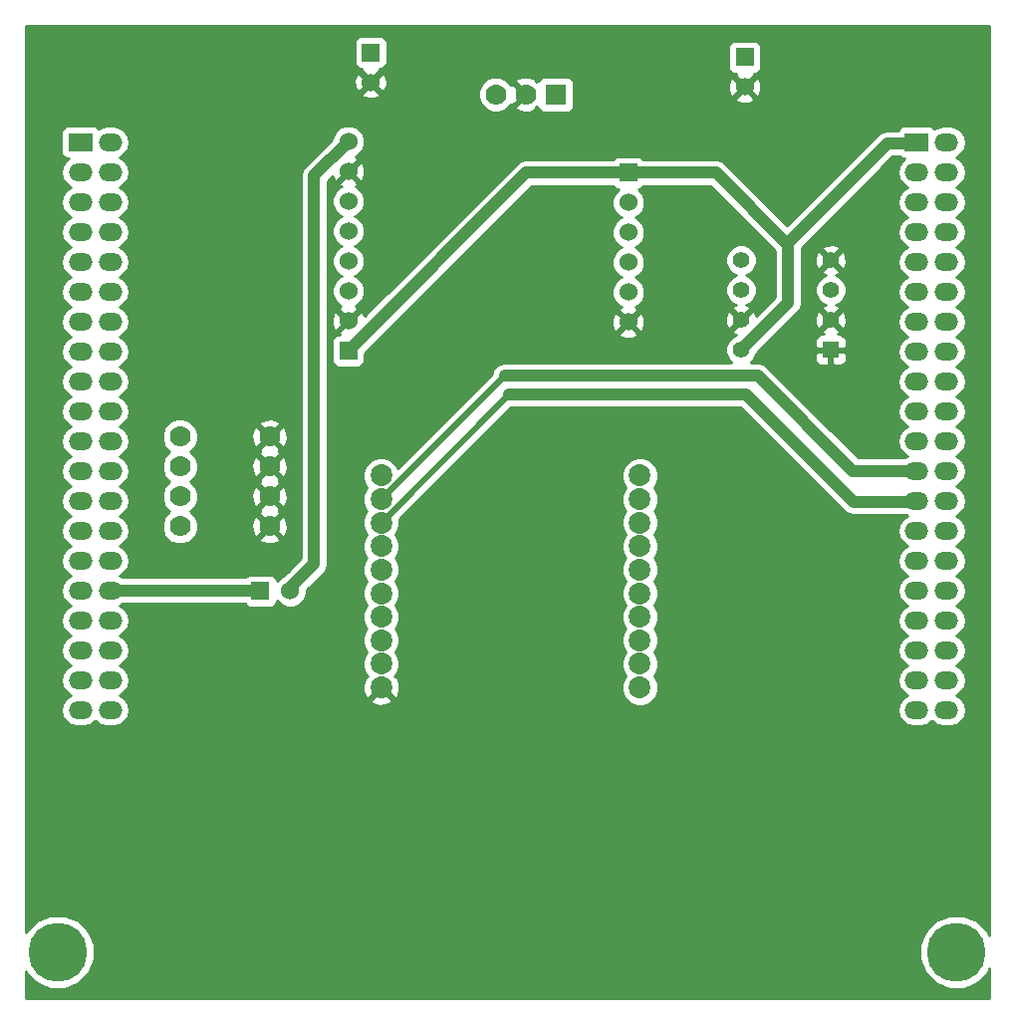
<source format=gbl>
G04 (created by PCBNEW (2013-07-07 BZR 4022)-stable) date 27/05/2015 02:52:30 p.m.*
%MOIN*%
G04 Gerber Fmt 3.4, Leading zero omitted, Abs format*
%FSLAX34Y34*%
G01*
G70*
G90*
G04 APERTURE LIST*
%ADD10C,0.00590551*%
%ADD11C,0.0732*%
%ADD12R,0.06X0.06*%
%ADD13C,0.06*%
%ADD14R,0.055X0.055*%
%ADD15C,0.055*%
%ADD16R,0.0787402X0.06*%
%ADD17O,0.0787402X0.06*%
%ADD18C,0.197*%
%ADD19C,0.07*%
%ADD20R,0.07X0.07*%
%ADD21C,0.0393701*%
%ADD22C,0.019685*%
%ADD23C,0.01*%
G04 APERTURE END LIST*
G54D10*
G54D11*
X93228Y-65590D03*
X93228Y-68740D03*
X93228Y-70314D03*
X93228Y-69527D03*
X93228Y-67165D03*
X93228Y-67952D03*
X93228Y-66377D03*
X93228Y-71889D03*
X93228Y-72677D03*
X93228Y-71102D03*
X84566Y-71102D03*
X84566Y-72677D03*
X84566Y-71889D03*
X84566Y-66377D03*
X84566Y-67952D03*
X84566Y-67165D03*
X84566Y-69527D03*
X84566Y-70314D03*
X84566Y-68740D03*
X84566Y-65590D03*
G54D12*
X83464Y-61413D03*
G54D13*
X83464Y-60413D03*
X83464Y-59413D03*
X83464Y-58413D03*
X83464Y-57413D03*
X83464Y-56413D03*
X83464Y-55413D03*
X83464Y-54413D03*
G54D12*
X80523Y-69448D03*
G54D13*
X81523Y-69448D03*
G54D12*
X84212Y-51429D03*
G54D13*
X84212Y-52429D03*
G54D12*
X96732Y-51586D03*
G54D13*
X96732Y-52586D03*
G54D14*
X99610Y-61381D03*
G54D15*
X99610Y-60381D03*
X99610Y-59381D03*
X99610Y-58381D03*
X96610Y-58381D03*
X96610Y-59381D03*
X96610Y-60381D03*
X96610Y-61381D03*
G54D16*
X74500Y-54437D03*
G54D17*
X75500Y-54437D03*
X74500Y-59437D03*
X75500Y-55437D03*
X74500Y-60437D03*
X75500Y-56437D03*
X74500Y-61437D03*
X75500Y-57437D03*
X74500Y-62437D03*
X75500Y-58437D03*
X74500Y-63437D03*
X75500Y-59437D03*
X74500Y-64437D03*
X75500Y-60437D03*
X74500Y-65437D03*
X75500Y-61437D03*
X74500Y-66437D03*
X75500Y-62437D03*
X74500Y-67437D03*
X75500Y-63437D03*
X74500Y-68437D03*
X75500Y-64437D03*
X74500Y-69437D03*
X75500Y-65437D03*
X75500Y-66437D03*
X74500Y-70437D03*
X75500Y-67437D03*
X75500Y-69437D03*
X75500Y-70437D03*
X75500Y-71437D03*
X75500Y-72437D03*
X74500Y-71437D03*
X74500Y-72437D03*
X74500Y-55437D03*
X74500Y-56437D03*
X74500Y-57437D03*
X74500Y-58437D03*
X74500Y-73437D03*
X75500Y-73437D03*
X75500Y-68437D03*
G54D16*
X102492Y-54437D03*
G54D17*
X103492Y-54437D03*
X102492Y-59437D03*
X103492Y-55437D03*
X102492Y-60437D03*
X103492Y-56437D03*
X102492Y-61437D03*
X103492Y-57437D03*
X102492Y-62437D03*
X103492Y-58437D03*
X102492Y-63437D03*
X103492Y-59437D03*
X102492Y-64437D03*
X103492Y-60437D03*
X102492Y-65437D03*
X103492Y-61437D03*
X102492Y-66437D03*
X103492Y-62437D03*
X102492Y-67437D03*
X103492Y-63437D03*
X102492Y-68437D03*
X103492Y-64437D03*
X102492Y-69437D03*
X103492Y-65437D03*
X103492Y-66437D03*
X102492Y-70437D03*
X103492Y-67437D03*
X103492Y-69437D03*
X103492Y-70437D03*
X103492Y-71437D03*
X103492Y-72437D03*
X102492Y-71437D03*
X102492Y-72437D03*
X102492Y-55437D03*
X102492Y-56437D03*
X102492Y-57437D03*
X102492Y-58437D03*
X102492Y-73437D03*
X103492Y-73437D03*
X103492Y-68437D03*
G54D18*
X73740Y-81535D03*
X103818Y-81535D03*
G54D19*
X80830Y-67287D03*
X80830Y-66287D03*
X80830Y-65287D03*
X80830Y-64287D03*
X77830Y-64287D03*
X77830Y-65287D03*
X77830Y-66287D03*
X77830Y-67287D03*
X88409Y-52834D03*
X89409Y-52834D03*
G54D20*
X90409Y-52834D03*
G54D12*
X92834Y-55452D03*
G54D13*
X92834Y-56452D03*
X92834Y-57452D03*
X92834Y-58452D03*
X92834Y-59452D03*
X92834Y-60452D03*
G54D21*
X92834Y-55452D02*
X89425Y-55452D01*
X89425Y-55452D02*
X83464Y-61413D01*
X92834Y-55452D02*
X95767Y-55452D01*
X95767Y-55452D02*
X98188Y-57874D01*
X102531Y-54476D02*
X101507Y-54476D01*
X101507Y-54476D02*
X98188Y-57795D01*
X98188Y-57795D02*
X98188Y-57874D01*
X98188Y-59803D02*
X96610Y-61381D01*
X98188Y-57874D02*
X98188Y-59803D01*
X75500Y-69437D02*
X80511Y-69437D01*
X80511Y-69437D02*
X80523Y-69448D01*
X102492Y-65437D02*
X100358Y-65437D01*
G54D22*
X88700Y-62244D02*
X84566Y-66377D01*
G54D21*
X97165Y-62244D02*
X88700Y-62244D01*
X100358Y-65437D02*
X97165Y-62244D01*
X81523Y-69448D02*
X81523Y-69342D01*
X82322Y-55555D02*
X83464Y-54413D01*
X82322Y-68543D02*
X82322Y-55555D01*
X81523Y-69342D02*
X82322Y-68543D01*
X102531Y-66476D02*
X100374Y-66476D01*
G54D22*
X88858Y-62874D02*
X84566Y-67165D01*
G54D21*
X96771Y-62874D02*
X88858Y-62874D01*
X100374Y-66476D02*
X96771Y-62874D01*
G54D10*
G36*
X102163Y-64937D02*
X102083Y-64990D01*
X100543Y-64990D01*
X100140Y-64586D01*
X100140Y-60457D01*
X100140Y-58457D01*
X100128Y-58249D01*
X100070Y-58109D01*
X99978Y-58084D01*
X99907Y-58155D01*
X99907Y-58014D01*
X99883Y-57921D01*
X99686Y-57851D01*
X99477Y-57863D01*
X99337Y-57921D01*
X99313Y-58014D01*
X99610Y-58311D01*
X99907Y-58014D01*
X99907Y-58155D01*
X99680Y-58381D01*
X99978Y-58678D01*
X100070Y-58654D01*
X100140Y-58457D01*
X100140Y-60457D01*
X100135Y-60369D01*
X100135Y-59277D01*
X100055Y-59084D01*
X99908Y-58937D01*
X99781Y-58884D01*
X99883Y-58842D01*
X99907Y-58749D01*
X99610Y-58452D01*
X99539Y-58523D01*
X99539Y-58381D01*
X99242Y-58084D01*
X99149Y-58109D01*
X99080Y-58306D01*
X99091Y-58514D01*
X99149Y-58654D01*
X99242Y-58678D01*
X99539Y-58381D01*
X99539Y-58523D01*
X99313Y-58749D01*
X99337Y-58842D01*
X99447Y-58881D01*
X99313Y-58936D01*
X99165Y-59084D01*
X99085Y-59277D01*
X99085Y-59485D01*
X99164Y-59678D01*
X99312Y-59826D01*
X99439Y-59879D01*
X99337Y-59921D01*
X99313Y-60014D01*
X99610Y-60311D01*
X99907Y-60014D01*
X99883Y-59921D01*
X99773Y-59882D01*
X99907Y-59827D01*
X100055Y-59679D01*
X100135Y-59486D01*
X100135Y-59277D01*
X100135Y-60369D01*
X100128Y-60249D01*
X100070Y-60109D01*
X99978Y-60084D01*
X99680Y-60381D01*
X99978Y-60678D01*
X100070Y-60654D01*
X100140Y-60457D01*
X100140Y-64586D01*
X100135Y-64582D01*
X100135Y-61706D01*
X100135Y-61057D01*
X100097Y-60965D01*
X100027Y-60895D01*
X99935Y-60856D01*
X99848Y-60856D01*
X99883Y-60842D01*
X99907Y-60749D01*
X99610Y-60452D01*
X99539Y-60523D01*
X99539Y-60381D01*
X99242Y-60084D01*
X99149Y-60109D01*
X99080Y-60306D01*
X99091Y-60514D01*
X99149Y-60654D01*
X99242Y-60678D01*
X99539Y-60381D01*
X99539Y-60523D01*
X99313Y-60749D01*
X99337Y-60842D01*
X99378Y-60856D01*
X99285Y-60856D01*
X99193Y-60895D01*
X99123Y-60965D01*
X99085Y-61057D01*
X99085Y-61269D01*
X99147Y-61331D01*
X99560Y-61331D01*
X99560Y-61324D01*
X99660Y-61324D01*
X99660Y-61331D01*
X100072Y-61331D01*
X100135Y-61269D01*
X100135Y-61057D01*
X100135Y-61706D01*
X100135Y-61494D01*
X100072Y-61431D01*
X99660Y-61431D01*
X99660Y-61844D01*
X99722Y-61906D01*
X99835Y-61906D01*
X99935Y-61906D01*
X100027Y-61868D01*
X100097Y-61798D01*
X100135Y-61706D01*
X100135Y-64582D01*
X99560Y-64007D01*
X99560Y-61844D01*
X99560Y-61431D01*
X99147Y-61431D01*
X99085Y-61494D01*
X99085Y-61706D01*
X99123Y-61798D01*
X99193Y-61868D01*
X99285Y-61906D01*
X99384Y-61906D01*
X99497Y-61906D01*
X99560Y-61844D01*
X99560Y-64007D01*
X97481Y-61928D01*
X97336Y-61831D01*
X97165Y-61797D01*
X96937Y-61797D01*
X97055Y-61679D01*
X97133Y-61490D01*
X98504Y-60119D01*
X98601Y-59974D01*
X98635Y-59803D01*
X98635Y-59803D01*
X98635Y-57980D01*
X101692Y-54923D01*
X101931Y-54923D01*
X101956Y-54948D01*
X102048Y-54986D01*
X102088Y-54986D01*
X101996Y-55048D01*
X101877Y-55226D01*
X101835Y-55437D01*
X101877Y-55647D01*
X101996Y-55825D01*
X102163Y-55937D01*
X101996Y-56048D01*
X101877Y-56226D01*
X101835Y-56437D01*
X101877Y-56647D01*
X101996Y-56825D01*
X102163Y-56937D01*
X101996Y-57048D01*
X101877Y-57226D01*
X101835Y-57437D01*
X101877Y-57647D01*
X101996Y-57825D01*
X102163Y-57937D01*
X101996Y-58048D01*
X101877Y-58226D01*
X101835Y-58437D01*
X101877Y-58647D01*
X101996Y-58825D01*
X102163Y-58937D01*
X101996Y-59048D01*
X101877Y-59226D01*
X101835Y-59437D01*
X101877Y-59647D01*
X101996Y-59825D01*
X102163Y-59937D01*
X101996Y-60048D01*
X101877Y-60226D01*
X101835Y-60437D01*
X101877Y-60647D01*
X101996Y-60825D01*
X102163Y-60937D01*
X101996Y-61048D01*
X101877Y-61226D01*
X101835Y-61437D01*
X101877Y-61647D01*
X101996Y-61825D01*
X102163Y-61937D01*
X101996Y-62048D01*
X101877Y-62226D01*
X101835Y-62437D01*
X101877Y-62647D01*
X101996Y-62825D01*
X102163Y-62937D01*
X101996Y-63048D01*
X101877Y-63226D01*
X101835Y-63437D01*
X101877Y-63647D01*
X101996Y-63825D01*
X102163Y-63937D01*
X101996Y-64048D01*
X101877Y-64226D01*
X101835Y-64437D01*
X101877Y-64647D01*
X101996Y-64825D01*
X102163Y-64937D01*
X102163Y-64937D01*
G37*
G54D23*
X102163Y-64937D02*
X102083Y-64990D01*
X100543Y-64990D01*
X100140Y-64586D01*
X100140Y-60457D01*
X100140Y-58457D01*
X100128Y-58249D01*
X100070Y-58109D01*
X99978Y-58084D01*
X99907Y-58155D01*
X99907Y-58014D01*
X99883Y-57921D01*
X99686Y-57851D01*
X99477Y-57863D01*
X99337Y-57921D01*
X99313Y-58014D01*
X99610Y-58311D01*
X99907Y-58014D01*
X99907Y-58155D01*
X99680Y-58381D01*
X99978Y-58678D01*
X100070Y-58654D01*
X100140Y-58457D01*
X100140Y-60457D01*
X100135Y-60369D01*
X100135Y-59277D01*
X100055Y-59084D01*
X99908Y-58937D01*
X99781Y-58884D01*
X99883Y-58842D01*
X99907Y-58749D01*
X99610Y-58452D01*
X99539Y-58523D01*
X99539Y-58381D01*
X99242Y-58084D01*
X99149Y-58109D01*
X99080Y-58306D01*
X99091Y-58514D01*
X99149Y-58654D01*
X99242Y-58678D01*
X99539Y-58381D01*
X99539Y-58523D01*
X99313Y-58749D01*
X99337Y-58842D01*
X99447Y-58881D01*
X99313Y-58936D01*
X99165Y-59084D01*
X99085Y-59277D01*
X99085Y-59485D01*
X99164Y-59678D01*
X99312Y-59826D01*
X99439Y-59879D01*
X99337Y-59921D01*
X99313Y-60014D01*
X99610Y-60311D01*
X99907Y-60014D01*
X99883Y-59921D01*
X99773Y-59882D01*
X99907Y-59827D01*
X100055Y-59679D01*
X100135Y-59486D01*
X100135Y-59277D01*
X100135Y-60369D01*
X100128Y-60249D01*
X100070Y-60109D01*
X99978Y-60084D01*
X99680Y-60381D01*
X99978Y-60678D01*
X100070Y-60654D01*
X100140Y-60457D01*
X100140Y-64586D01*
X100135Y-64582D01*
X100135Y-61706D01*
X100135Y-61057D01*
X100097Y-60965D01*
X100027Y-60895D01*
X99935Y-60856D01*
X99848Y-60856D01*
X99883Y-60842D01*
X99907Y-60749D01*
X99610Y-60452D01*
X99539Y-60523D01*
X99539Y-60381D01*
X99242Y-60084D01*
X99149Y-60109D01*
X99080Y-60306D01*
X99091Y-60514D01*
X99149Y-60654D01*
X99242Y-60678D01*
X99539Y-60381D01*
X99539Y-60523D01*
X99313Y-60749D01*
X99337Y-60842D01*
X99378Y-60856D01*
X99285Y-60856D01*
X99193Y-60895D01*
X99123Y-60965D01*
X99085Y-61057D01*
X99085Y-61269D01*
X99147Y-61331D01*
X99560Y-61331D01*
X99560Y-61324D01*
X99660Y-61324D01*
X99660Y-61331D01*
X100072Y-61331D01*
X100135Y-61269D01*
X100135Y-61057D01*
X100135Y-61706D01*
X100135Y-61494D01*
X100072Y-61431D01*
X99660Y-61431D01*
X99660Y-61844D01*
X99722Y-61906D01*
X99835Y-61906D01*
X99935Y-61906D01*
X100027Y-61868D01*
X100097Y-61798D01*
X100135Y-61706D01*
X100135Y-64582D01*
X99560Y-64007D01*
X99560Y-61844D01*
X99560Y-61431D01*
X99147Y-61431D01*
X99085Y-61494D01*
X99085Y-61706D01*
X99123Y-61798D01*
X99193Y-61868D01*
X99285Y-61906D01*
X99384Y-61906D01*
X99497Y-61906D01*
X99560Y-61844D01*
X99560Y-64007D01*
X97481Y-61928D01*
X97336Y-61831D01*
X97165Y-61797D01*
X96937Y-61797D01*
X97055Y-61679D01*
X97133Y-61490D01*
X98504Y-60119D01*
X98601Y-59974D01*
X98635Y-59803D01*
X98635Y-59803D01*
X98635Y-57980D01*
X101692Y-54923D01*
X101931Y-54923D01*
X101956Y-54948D01*
X102048Y-54986D01*
X102088Y-54986D01*
X101996Y-55048D01*
X101877Y-55226D01*
X101835Y-55437D01*
X101877Y-55647D01*
X101996Y-55825D01*
X102163Y-55937D01*
X101996Y-56048D01*
X101877Y-56226D01*
X101835Y-56437D01*
X101877Y-56647D01*
X101996Y-56825D01*
X102163Y-56937D01*
X101996Y-57048D01*
X101877Y-57226D01*
X101835Y-57437D01*
X101877Y-57647D01*
X101996Y-57825D01*
X102163Y-57937D01*
X101996Y-58048D01*
X101877Y-58226D01*
X101835Y-58437D01*
X101877Y-58647D01*
X101996Y-58825D01*
X102163Y-58937D01*
X101996Y-59048D01*
X101877Y-59226D01*
X101835Y-59437D01*
X101877Y-59647D01*
X101996Y-59825D01*
X102163Y-59937D01*
X101996Y-60048D01*
X101877Y-60226D01*
X101835Y-60437D01*
X101877Y-60647D01*
X101996Y-60825D01*
X102163Y-60937D01*
X101996Y-61048D01*
X101877Y-61226D01*
X101835Y-61437D01*
X101877Y-61647D01*
X101996Y-61825D01*
X102163Y-61937D01*
X101996Y-62048D01*
X101877Y-62226D01*
X101835Y-62437D01*
X101877Y-62647D01*
X101996Y-62825D01*
X102163Y-62937D01*
X101996Y-63048D01*
X101877Y-63226D01*
X101835Y-63437D01*
X101877Y-63647D01*
X101996Y-63825D01*
X102163Y-63937D01*
X101996Y-64048D01*
X101877Y-64226D01*
X101835Y-64437D01*
X101877Y-64647D01*
X101996Y-64825D01*
X102163Y-64937D01*
G54D10*
G36*
X104927Y-83076D02*
X93844Y-83076D01*
X93844Y-72555D01*
X93751Y-72329D01*
X93705Y-72283D01*
X93750Y-72238D01*
X93844Y-72012D01*
X93844Y-71767D01*
X93751Y-71541D01*
X93706Y-71496D01*
X93750Y-71451D01*
X93844Y-71225D01*
X93844Y-70980D01*
X93751Y-70754D01*
X93705Y-70708D01*
X93750Y-70663D01*
X93844Y-70437D01*
X93844Y-70192D01*
X93751Y-69966D01*
X93706Y-69921D01*
X93750Y-69876D01*
X93844Y-69650D01*
X93844Y-69405D01*
X93751Y-69179D01*
X93706Y-69134D01*
X93750Y-69089D01*
X93844Y-68863D01*
X93844Y-68618D01*
X93751Y-68392D01*
X93705Y-68346D01*
X93750Y-68301D01*
X93844Y-68075D01*
X93844Y-67830D01*
X93751Y-67604D01*
X93706Y-67559D01*
X93750Y-67514D01*
X93844Y-67288D01*
X93844Y-67043D01*
X93751Y-66817D01*
X93705Y-66771D01*
X93750Y-66726D01*
X93844Y-66500D01*
X93844Y-66255D01*
X93751Y-66029D01*
X93706Y-65984D01*
X93750Y-65939D01*
X93844Y-65713D01*
X93844Y-65468D01*
X93751Y-65242D01*
X93578Y-65068D01*
X93351Y-64974D01*
X93106Y-64974D01*
X92880Y-65068D01*
X92706Y-65241D01*
X92612Y-65467D01*
X92612Y-65712D01*
X92706Y-65939D01*
X92750Y-65983D01*
X92706Y-66028D01*
X92612Y-66254D01*
X92612Y-66499D01*
X92706Y-66726D01*
X92751Y-66771D01*
X92706Y-66816D01*
X92612Y-67042D01*
X92612Y-67287D01*
X92706Y-67514D01*
X92750Y-67558D01*
X92706Y-67603D01*
X92612Y-67829D01*
X92612Y-68074D01*
X92706Y-68301D01*
X92751Y-68346D01*
X92706Y-68391D01*
X92612Y-68617D01*
X92612Y-68862D01*
X92706Y-69089D01*
X92750Y-69133D01*
X92706Y-69178D01*
X92612Y-69404D01*
X92612Y-69649D01*
X92706Y-69876D01*
X92750Y-69920D01*
X92706Y-69965D01*
X92612Y-70191D01*
X92612Y-70436D01*
X92706Y-70663D01*
X92751Y-70708D01*
X92706Y-70753D01*
X92612Y-70979D01*
X92612Y-71224D01*
X92706Y-71451D01*
X92750Y-71495D01*
X92706Y-71540D01*
X92612Y-71766D01*
X92612Y-72011D01*
X92706Y-72238D01*
X92751Y-72283D01*
X92706Y-72328D01*
X92612Y-72554D01*
X92612Y-72799D01*
X92706Y-73026D01*
X92879Y-73199D01*
X93105Y-73293D01*
X93350Y-73293D01*
X93577Y-73200D01*
X93750Y-73026D01*
X93844Y-72800D01*
X93844Y-72555D01*
X93844Y-83076D01*
X84929Y-83076D01*
X84929Y-73111D01*
X84566Y-72748D01*
X84203Y-73111D01*
X84239Y-73213D01*
X84469Y-73297D01*
X84713Y-73288D01*
X84894Y-73213D01*
X84929Y-73111D01*
X84929Y-83076D01*
X72834Y-83076D01*
X72795Y-83076D01*
X72671Y-83076D01*
X72671Y-82182D01*
X72692Y-82234D01*
X73039Y-82581D01*
X73493Y-82770D01*
X73984Y-82770D01*
X74438Y-82583D01*
X74786Y-82235D01*
X74974Y-81782D01*
X74975Y-81290D01*
X74787Y-80836D01*
X74440Y-80489D01*
X73986Y-80300D01*
X73495Y-80300D01*
X73041Y-80487D01*
X72693Y-80834D01*
X72671Y-80889D01*
X72671Y-50545D01*
X72795Y-50545D01*
X72834Y-50545D01*
X104251Y-50545D01*
X104291Y-50545D01*
X104927Y-50545D01*
X104927Y-80983D01*
X104866Y-80836D01*
X104519Y-80489D01*
X104148Y-80335D01*
X104148Y-73437D01*
X104106Y-73226D01*
X103987Y-73048D01*
X103821Y-72937D01*
X103987Y-72825D01*
X104106Y-72647D01*
X104148Y-72437D01*
X104106Y-72226D01*
X103987Y-72048D01*
X103821Y-71937D01*
X103987Y-71825D01*
X104106Y-71647D01*
X104148Y-71437D01*
X104106Y-71226D01*
X103987Y-71048D01*
X103821Y-70937D01*
X103987Y-70825D01*
X104106Y-70647D01*
X104148Y-70437D01*
X104106Y-70226D01*
X103987Y-70048D01*
X103821Y-69937D01*
X103987Y-69825D01*
X104106Y-69647D01*
X104148Y-69437D01*
X104106Y-69226D01*
X103987Y-69048D01*
X103821Y-68937D01*
X103987Y-68825D01*
X104106Y-68647D01*
X104148Y-68437D01*
X104106Y-68226D01*
X103987Y-68048D01*
X103821Y-67937D01*
X103987Y-67825D01*
X104106Y-67647D01*
X104148Y-67437D01*
X104106Y-67226D01*
X103987Y-67048D01*
X103821Y-66937D01*
X103987Y-66825D01*
X104106Y-66647D01*
X104148Y-66437D01*
X104106Y-66226D01*
X103987Y-66048D01*
X103821Y-65937D01*
X103987Y-65825D01*
X104106Y-65647D01*
X104148Y-65437D01*
X104106Y-65226D01*
X103987Y-65048D01*
X103821Y-64937D01*
X103987Y-64825D01*
X104106Y-64647D01*
X104148Y-64437D01*
X104106Y-64226D01*
X103987Y-64048D01*
X103821Y-63937D01*
X103987Y-63825D01*
X104106Y-63647D01*
X104148Y-63437D01*
X104106Y-63226D01*
X103987Y-63048D01*
X103821Y-62937D01*
X103987Y-62825D01*
X104106Y-62647D01*
X104148Y-62437D01*
X104106Y-62226D01*
X103987Y-62048D01*
X103821Y-61937D01*
X103987Y-61825D01*
X104106Y-61647D01*
X104148Y-61437D01*
X104106Y-61226D01*
X103987Y-61048D01*
X103821Y-60937D01*
X103987Y-60825D01*
X104106Y-60647D01*
X104148Y-60437D01*
X104106Y-60226D01*
X103987Y-60048D01*
X103821Y-59937D01*
X103987Y-59825D01*
X104106Y-59647D01*
X104148Y-59437D01*
X104106Y-59226D01*
X103987Y-59048D01*
X103821Y-58937D01*
X103987Y-58825D01*
X104106Y-58647D01*
X104148Y-58437D01*
X104106Y-58226D01*
X103987Y-58048D01*
X103821Y-57937D01*
X103987Y-57825D01*
X104106Y-57647D01*
X104148Y-57437D01*
X104106Y-57226D01*
X103987Y-57048D01*
X103821Y-56937D01*
X103987Y-56825D01*
X104106Y-56647D01*
X104148Y-56437D01*
X104106Y-56226D01*
X103987Y-56048D01*
X103821Y-55937D01*
X103987Y-55825D01*
X104106Y-55647D01*
X104148Y-55437D01*
X104106Y-55226D01*
X103987Y-55048D01*
X103821Y-54937D01*
X103987Y-54825D01*
X104106Y-54647D01*
X104148Y-54437D01*
X104106Y-54226D01*
X103987Y-54048D01*
X103808Y-53928D01*
X103598Y-53887D01*
X103385Y-53887D01*
X103175Y-53928D01*
X103088Y-53986D01*
X103027Y-53925D01*
X102935Y-53887D01*
X102836Y-53886D01*
X102048Y-53886D01*
X101956Y-53924D01*
X101886Y-53995D01*
X101872Y-54029D01*
X101507Y-54029D01*
X101336Y-54063D01*
X101191Y-54160D01*
X98149Y-57202D01*
X97287Y-56340D01*
X97287Y-52668D01*
X97282Y-52573D01*
X97282Y-51837D01*
X97282Y-51237D01*
X97244Y-51145D01*
X97174Y-51074D01*
X97082Y-51036D01*
X96982Y-51036D01*
X96382Y-51036D01*
X96290Y-51074D01*
X96220Y-51144D01*
X96182Y-51236D01*
X96182Y-51336D01*
X96182Y-51936D01*
X96220Y-52028D01*
X96290Y-52098D01*
X96382Y-52136D01*
X96435Y-52136D01*
X96417Y-52200D01*
X96732Y-52515D01*
X97047Y-52200D01*
X97029Y-52136D01*
X97081Y-52136D01*
X97173Y-52098D01*
X97244Y-52028D01*
X97282Y-51936D01*
X97282Y-51837D01*
X97282Y-52573D01*
X97276Y-52449D01*
X97213Y-52298D01*
X97118Y-52271D01*
X96802Y-52586D01*
X97118Y-52901D01*
X97213Y-52874D01*
X97287Y-52668D01*
X97287Y-56340D01*
X97047Y-56100D01*
X97047Y-52972D01*
X96732Y-52657D01*
X96661Y-52728D01*
X96661Y-52586D01*
X96346Y-52271D01*
X96251Y-52298D01*
X96177Y-52504D01*
X96188Y-52723D01*
X96251Y-52874D01*
X96346Y-52901D01*
X96661Y-52586D01*
X96661Y-52728D01*
X96417Y-52972D01*
X96444Y-53067D01*
X96650Y-53141D01*
X96869Y-53130D01*
X97020Y-53067D01*
X97047Y-52972D01*
X97047Y-56100D01*
X96083Y-55136D01*
X95938Y-55039D01*
X95767Y-55005D01*
X93341Y-55005D01*
X93276Y-54940D01*
X93184Y-54902D01*
X93085Y-54902D01*
X92485Y-54902D01*
X92393Y-54940D01*
X92327Y-55005D01*
X91009Y-55005D01*
X91009Y-53135D01*
X91009Y-52435D01*
X90971Y-52343D01*
X90901Y-52272D01*
X90809Y-52234D01*
X90709Y-52234D01*
X90009Y-52234D01*
X89918Y-52272D01*
X89847Y-52342D01*
X89828Y-52389D01*
X89805Y-52367D01*
X89760Y-52412D01*
X89727Y-52311D01*
X89503Y-52230D01*
X89264Y-52240D01*
X89091Y-52311D01*
X89058Y-52412D01*
X89409Y-52763D01*
X89415Y-52758D01*
X89485Y-52829D01*
X89480Y-52834D01*
X89485Y-52840D01*
X89415Y-52910D01*
X89409Y-52905D01*
X89338Y-52976D01*
X89338Y-52834D01*
X88987Y-52483D01*
X88922Y-52504D01*
X88918Y-52495D01*
X88749Y-52326D01*
X88529Y-52234D01*
X88290Y-52234D01*
X88070Y-52325D01*
X87901Y-52494D01*
X87809Y-52714D01*
X87809Y-52953D01*
X87900Y-53174D01*
X88069Y-53343D01*
X88289Y-53434D01*
X88528Y-53434D01*
X88748Y-53343D01*
X88917Y-53174D01*
X88922Y-53164D01*
X88987Y-53186D01*
X89338Y-52834D01*
X89338Y-52976D01*
X89058Y-53256D01*
X89091Y-53357D01*
X89315Y-53439D01*
X89554Y-53429D01*
X89727Y-53357D01*
X89760Y-53256D01*
X89760Y-53256D01*
X89805Y-53301D01*
X89828Y-53279D01*
X89847Y-53326D01*
X89917Y-53396D01*
X90009Y-53434D01*
X90108Y-53434D01*
X90808Y-53434D01*
X90900Y-53396D01*
X90971Y-53326D01*
X91009Y-53234D01*
X91009Y-53135D01*
X91009Y-55005D01*
X89760Y-55005D01*
X89425Y-55005D01*
X89254Y-55039D01*
X89109Y-55136D01*
X84767Y-59478D01*
X84767Y-52510D01*
X84762Y-52416D01*
X84762Y-51679D01*
X84762Y-51079D01*
X84724Y-50987D01*
X84654Y-50917D01*
X84562Y-50879D01*
X84463Y-50879D01*
X83863Y-50879D01*
X83771Y-50917D01*
X83700Y-50987D01*
X83662Y-51079D01*
X83662Y-51178D01*
X83662Y-51778D01*
X83700Y-51870D01*
X83770Y-51940D01*
X83862Y-51979D01*
X83915Y-51979D01*
X83897Y-52043D01*
X84212Y-52358D01*
X84527Y-52043D01*
X84509Y-51979D01*
X84562Y-51979D01*
X84654Y-51941D01*
X84724Y-51870D01*
X84762Y-51779D01*
X84762Y-51679D01*
X84762Y-52416D01*
X84756Y-52292D01*
X84693Y-52141D01*
X84598Y-52113D01*
X84283Y-52429D01*
X84598Y-52744D01*
X84693Y-52716D01*
X84767Y-52510D01*
X84767Y-59478D01*
X84527Y-59718D01*
X84527Y-52815D01*
X84212Y-52499D01*
X84141Y-52570D01*
X84141Y-52429D01*
X83826Y-52113D01*
X83731Y-52141D01*
X83657Y-52347D01*
X83668Y-52565D01*
X83731Y-52716D01*
X83826Y-52744D01*
X84141Y-52429D01*
X84141Y-52570D01*
X83897Y-52815D01*
X83924Y-52910D01*
X84130Y-52983D01*
X84349Y-52972D01*
X84500Y-52910D01*
X84527Y-52815D01*
X84527Y-59718D01*
X84019Y-60226D01*
X84019Y-55495D01*
X84014Y-55401D01*
X84014Y-54304D01*
X83931Y-54102D01*
X83776Y-53947D01*
X83574Y-53863D01*
X83355Y-53863D01*
X83153Y-53946D01*
X82998Y-54101D01*
X82914Y-54303D01*
X82914Y-54331D01*
X82006Y-55239D01*
X81909Y-55384D01*
X81875Y-55555D01*
X81875Y-68358D01*
X81435Y-68798D01*
X81435Y-67381D01*
X81435Y-66381D01*
X81435Y-65381D01*
X81435Y-64381D01*
X81425Y-64142D01*
X81353Y-63969D01*
X81252Y-63935D01*
X81182Y-64006D01*
X81182Y-63865D01*
X81148Y-63764D01*
X80924Y-63682D01*
X80685Y-63693D01*
X80512Y-63764D01*
X80479Y-63865D01*
X80830Y-64216D01*
X81182Y-63865D01*
X81182Y-64006D01*
X80901Y-64287D01*
X81252Y-64638D01*
X81353Y-64605D01*
X81435Y-64381D01*
X81435Y-65381D01*
X81425Y-65142D01*
X81353Y-64969D01*
X81252Y-64935D01*
X81182Y-65006D01*
X81182Y-64865D01*
X81156Y-64787D01*
X81182Y-64709D01*
X80830Y-64358D01*
X80759Y-64428D01*
X80759Y-64287D01*
X80408Y-63935D01*
X80308Y-63969D01*
X80226Y-64193D01*
X80236Y-64432D01*
X80308Y-64605D01*
X80408Y-64638D01*
X80759Y-64287D01*
X80759Y-64428D01*
X80479Y-64709D01*
X80505Y-64787D01*
X80479Y-64865D01*
X80830Y-65216D01*
X81182Y-64865D01*
X81182Y-65006D01*
X80901Y-65287D01*
X81252Y-65638D01*
X81353Y-65605D01*
X81435Y-65381D01*
X81435Y-66381D01*
X81425Y-66142D01*
X81353Y-65969D01*
X81252Y-65935D01*
X81182Y-66006D01*
X81182Y-65865D01*
X81156Y-65787D01*
X81182Y-65709D01*
X80830Y-65358D01*
X80759Y-65428D01*
X80759Y-65287D01*
X80408Y-64935D01*
X80308Y-64969D01*
X80226Y-65193D01*
X80236Y-65432D01*
X80308Y-65605D01*
X80408Y-65638D01*
X80759Y-65287D01*
X80759Y-65428D01*
X80479Y-65709D01*
X80505Y-65787D01*
X80479Y-65865D01*
X80830Y-66216D01*
X81182Y-65865D01*
X81182Y-66006D01*
X80901Y-66287D01*
X81252Y-66638D01*
X81353Y-66605D01*
X81435Y-66381D01*
X81435Y-67381D01*
X81425Y-67142D01*
X81353Y-66969D01*
X81252Y-66935D01*
X81182Y-67006D01*
X81182Y-66865D01*
X81156Y-66787D01*
X81182Y-66709D01*
X80830Y-66358D01*
X80759Y-66428D01*
X80759Y-66287D01*
X80408Y-65935D01*
X80308Y-65969D01*
X80226Y-66193D01*
X80236Y-66432D01*
X80308Y-66605D01*
X80408Y-66638D01*
X80759Y-66287D01*
X80759Y-66428D01*
X80479Y-66709D01*
X80505Y-66787D01*
X80479Y-66865D01*
X80830Y-67216D01*
X81182Y-66865D01*
X81182Y-67006D01*
X80901Y-67287D01*
X81252Y-67638D01*
X81353Y-67605D01*
X81435Y-67381D01*
X81435Y-68798D01*
X81279Y-68954D01*
X81212Y-68982D01*
X81182Y-69012D01*
X81182Y-67709D01*
X80830Y-67358D01*
X80759Y-67428D01*
X80759Y-67287D01*
X80408Y-66935D01*
X80308Y-66969D01*
X80226Y-67193D01*
X80236Y-67432D01*
X80308Y-67605D01*
X80408Y-67638D01*
X80759Y-67287D01*
X80759Y-67428D01*
X80479Y-67709D01*
X80512Y-67810D01*
X80736Y-67891D01*
X80975Y-67881D01*
X81148Y-67810D01*
X81182Y-67709D01*
X81182Y-69012D01*
X81073Y-69120D01*
X81073Y-69099D01*
X81035Y-69007D01*
X80965Y-68937D01*
X80873Y-68898D01*
X80774Y-68898D01*
X80174Y-68898D01*
X80082Y-68936D01*
X80028Y-68990D01*
X78430Y-68990D01*
X78430Y-67168D01*
X78339Y-66947D01*
X78179Y-66787D01*
X78339Y-66627D01*
X78430Y-66407D01*
X78430Y-66168D01*
X78339Y-65947D01*
X78179Y-65787D01*
X78339Y-65627D01*
X78430Y-65407D01*
X78430Y-65168D01*
X78339Y-64947D01*
X78179Y-64787D01*
X78339Y-64627D01*
X78430Y-64407D01*
X78430Y-64168D01*
X78339Y-63947D01*
X78171Y-63779D01*
X77950Y-63687D01*
X77711Y-63687D01*
X77491Y-63778D01*
X77322Y-63947D01*
X77230Y-64167D01*
X77230Y-64406D01*
X77321Y-64626D01*
X77482Y-64787D01*
X77322Y-64947D01*
X77230Y-65167D01*
X77230Y-65406D01*
X77321Y-65626D01*
X77482Y-65787D01*
X77322Y-65947D01*
X77230Y-66167D01*
X77230Y-66406D01*
X77321Y-66626D01*
X77482Y-66787D01*
X77322Y-66947D01*
X77230Y-67167D01*
X77230Y-67406D01*
X77321Y-67626D01*
X77490Y-67795D01*
X77710Y-67887D01*
X77949Y-67887D01*
X78170Y-67796D01*
X78339Y-67627D01*
X78430Y-67407D01*
X78430Y-67168D01*
X78430Y-68990D01*
X75908Y-68990D01*
X75828Y-68937D01*
X75995Y-68825D01*
X76114Y-68647D01*
X76156Y-68437D01*
X76114Y-68226D01*
X75995Y-68048D01*
X75828Y-67937D01*
X75995Y-67825D01*
X76114Y-67647D01*
X76156Y-67437D01*
X76114Y-67226D01*
X75995Y-67048D01*
X75828Y-66937D01*
X75995Y-66825D01*
X76114Y-66647D01*
X76156Y-66437D01*
X76114Y-66226D01*
X75995Y-66048D01*
X75828Y-65937D01*
X75995Y-65825D01*
X76114Y-65647D01*
X76156Y-65437D01*
X76114Y-65226D01*
X75995Y-65048D01*
X75828Y-64937D01*
X75995Y-64825D01*
X76114Y-64647D01*
X76156Y-64437D01*
X76114Y-64226D01*
X75995Y-64048D01*
X75828Y-63937D01*
X75995Y-63825D01*
X76114Y-63647D01*
X76156Y-63437D01*
X76114Y-63226D01*
X75995Y-63048D01*
X75828Y-62937D01*
X75995Y-62825D01*
X76114Y-62647D01*
X76156Y-62437D01*
X76114Y-62226D01*
X75995Y-62048D01*
X75828Y-61937D01*
X75995Y-61825D01*
X76114Y-61647D01*
X76156Y-61437D01*
X76114Y-61226D01*
X75995Y-61048D01*
X75828Y-60937D01*
X75995Y-60825D01*
X76114Y-60647D01*
X76156Y-60437D01*
X76114Y-60226D01*
X75995Y-60048D01*
X75828Y-59937D01*
X75995Y-59825D01*
X76114Y-59647D01*
X76156Y-59437D01*
X76114Y-59226D01*
X75995Y-59048D01*
X75828Y-58937D01*
X75995Y-58825D01*
X76114Y-58647D01*
X76156Y-58437D01*
X76114Y-58226D01*
X75995Y-58048D01*
X75828Y-57937D01*
X75995Y-57825D01*
X76114Y-57647D01*
X76156Y-57437D01*
X76114Y-57226D01*
X75995Y-57048D01*
X75828Y-56937D01*
X75995Y-56825D01*
X76114Y-56647D01*
X76156Y-56437D01*
X76114Y-56226D01*
X75995Y-56048D01*
X75828Y-55937D01*
X75995Y-55825D01*
X76114Y-55647D01*
X76156Y-55437D01*
X76114Y-55226D01*
X75995Y-55048D01*
X75828Y-54937D01*
X75995Y-54825D01*
X76114Y-54647D01*
X76156Y-54437D01*
X76114Y-54226D01*
X75995Y-54048D01*
X75816Y-53928D01*
X75606Y-53887D01*
X75393Y-53887D01*
X75183Y-53928D01*
X75096Y-53986D01*
X75035Y-53925D01*
X74943Y-53887D01*
X74844Y-53886D01*
X74056Y-53886D01*
X73964Y-53924D01*
X73894Y-53995D01*
X73856Y-54087D01*
X73856Y-54186D01*
X73856Y-54786D01*
X73894Y-54878D01*
X73964Y-54948D01*
X74056Y-54986D01*
X74096Y-54986D01*
X74004Y-55048D01*
X73885Y-55226D01*
X73843Y-55437D01*
X73885Y-55647D01*
X74004Y-55825D01*
X74171Y-55937D01*
X74004Y-56048D01*
X73885Y-56226D01*
X73843Y-56437D01*
X73885Y-56647D01*
X74004Y-56825D01*
X74171Y-56937D01*
X74004Y-57048D01*
X73885Y-57226D01*
X73843Y-57437D01*
X73885Y-57647D01*
X74004Y-57825D01*
X74171Y-57937D01*
X74004Y-58048D01*
X73885Y-58226D01*
X73843Y-58437D01*
X73885Y-58647D01*
X74004Y-58825D01*
X74171Y-58937D01*
X74004Y-59048D01*
X73885Y-59226D01*
X73843Y-59437D01*
X73885Y-59647D01*
X74004Y-59825D01*
X74171Y-59937D01*
X74004Y-60048D01*
X73885Y-60226D01*
X73843Y-60437D01*
X73885Y-60647D01*
X74004Y-60825D01*
X74171Y-60937D01*
X74004Y-61048D01*
X73885Y-61226D01*
X73843Y-61437D01*
X73885Y-61647D01*
X74004Y-61825D01*
X74171Y-61937D01*
X74004Y-62048D01*
X73885Y-62226D01*
X73843Y-62437D01*
X73885Y-62647D01*
X74004Y-62825D01*
X74171Y-62937D01*
X74004Y-63048D01*
X73885Y-63226D01*
X73843Y-63437D01*
X73885Y-63647D01*
X74004Y-63825D01*
X74171Y-63937D01*
X74004Y-64048D01*
X73885Y-64226D01*
X73843Y-64437D01*
X73885Y-64647D01*
X74004Y-64825D01*
X74171Y-64937D01*
X74004Y-65048D01*
X73885Y-65226D01*
X73843Y-65437D01*
X73885Y-65647D01*
X74004Y-65825D01*
X74171Y-65937D01*
X74004Y-66048D01*
X73885Y-66226D01*
X73843Y-66437D01*
X73885Y-66647D01*
X74004Y-66825D01*
X74171Y-66937D01*
X74004Y-67048D01*
X73885Y-67226D01*
X73843Y-67437D01*
X73885Y-67647D01*
X74004Y-67825D01*
X74171Y-67937D01*
X74004Y-68048D01*
X73885Y-68226D01*
X73843Y-68437D01*
X73885Y-68647D01*
X74004Y-68825D01*
X74171Y-68937D01*
X74004Y-69048D01*
X73885Y-69226D01*
X73843Y-69437D01*
X73885Y-69647D01*
X74004Y-69825D01*
X74171Y-69937D01*
X74004Y-70048D01*
X73885Y-70226D01*
X73843Y-70437D01*
X73885Y-70647D01*
X74004Y-70825D01*
X74171Y-70937D01*
X74004Y-71048D01*
X73885Y-71226D01*
X73843Y-71437D01*
X73885Y-71647D01*
X74004Y-71825D01*
X74171Y-71937D01*
X74004Y-72048D01*
X73885Y-72226D01*
X73843Y-72437D01*
X73885Y-72647D01*
X74004Y-72825D01*
X74171Y-72937D01*
X74004Y-73048D01*
X73885Y-73226D01*
X73843Y-73437D01*
X73885Y-73647D01*
X74004Y-73825D01*
X74183Y-73945D01*
X74393Y-73987D01*
X74606Y-73987D01*
X74816Y-73945D01*
X74995Y-73825D01*
X75000Y-73818D01*
X75004Y-73825D01*
X75183Y-73945D01*
X75393Y-73987D01*
X75606Y-73987D01*
X75816Y-73945D01*
X75995Y-73825D01*
X76114Y-73647D01*
X76156Y-73437D01*
X76114Y-73226D01*
X75995Y-73048D01*
X75828Y-72937D01*
X75995Y-72825D01*
X76114Y-72647D01*
X76156Y-72437D01*
X76114Y-72226D01*
X75995Y-72048D01*
X75828Y-71937D01*
X75995Y-71825D01*
X76114Y-71647D01*
X76156Y-71437D01*
X76114Y-71226D01*
X75995Y-71048D01*
X75828Y-70937D01*
X75995Y-70825D01*
X76114Y-70647D01*
X76156Y-70437D01*
X76114Y-70226D01*
X75995Y-70048D01*
X75828Y-69937D01*
X75908Y-69883D01*
X80008Y-69883D01*
X80011Y-69890D01*
X80081Y-69960D01*
X80173Y-69998D01*
X80273Y-69998D01*
X80873Y-69998D01*
X80965Y-69960D01*
X81035Y-69890D01*
X81073Y-69798D01*
X81073Y-69776D01*
X81211Y-69914D01*
X81413Y-69998D01*
X81632Y-69998D01*
X81834Y-69915D01*
X81989Y-69760D01*
X82073Y-69558D01*
X82073Y-69424D01*
X82638Y-68859D01*
X82638Y-68859D01*
X82735Y-68714D01*
X82769Y-68543D01*
X82769Y-68543D01*
X82769Y-55740D01*
X82932Y-55577D01*
X82983Y-55701D01*
X83078Y-55728D01*
X83393Y-55413D01*
X83388Y-55407D01*
X83458Y-55337D01*
X83464Y-55342D01*
X83779Y-55027D01*
X83752Y-54932D01*
X83697Y-54912D01*
X83775Y-54879D01*
X83930Y-54725D01*
X84014Y-54523D01*
X84014Y-54304D01*
X84014Y-55401D01*
X84008Y-55276D01*
X83945Y-55125D01*
X83850Y-55098D01*
X83535Y-55413D01*
X83850Y-55728D01*
X83945Y-55701D01*
X84019Y-55495D01*
X84019Y-60226D01*
X84014Y-60231D01*
X84014Y-59304D01*
X83931Y-59102D01*
X83776Y-58947D01*
X83694Y-58913D01*
X83775Y-58879D01*
X83930Y-58725D01*
X84014Y-58523D01*
X84014Y-58304D01*
X83931Y-58102D01*
X83776Y-57947D01*
X83694Y-57913D01*
X83775Y-57879D01*
X83930Y-57725D01*
X84014Y-57523D01*
X84014Y-57304D01*
X83931Y-57102D01*
X83776Y-56947D01*
X83694Y-56913D01*
X83775Y-56879D01*
X83930Y-56725D01*
X84014Y-56523D01*
X84014Y-56304D01*
X83931Y-56102D01*
X83776Y-55947D01*
X83700Y-55915D01*
X83752Y-55894D01*
X83779Y-55799D01*
X83464Y-55484D01*
X83149Y-55799D01*
X83176Y-55894D01*
X83232Y-55914D01*
X83153Y-55946D01*
X82998Y-56101D01*
X82914Y-56303D01*
X82914Y-56522D01*
X82998Y-56724D01*
X83152Y-56879D01*
X83234Y-56913D01*
X83153Y-56946D01*
X82998Y-57101D01*
X82914Y-57303D01*
X82914Y-57522D01*
X82998Y-57724D01*
X83152Y-57879D01*
X83234Y-57913D01*
X83153Y-57946D01*
X82998Y-58101D01*
X82914Y-58303D01*
X82914Y-58522D01*
X82998Y-58724D01*
X83152Y-58879D01*
X83234Y-58913D01*
X83153Y-58946D01*
X82998Y-59101D01*
X82914Y-59303D01*
X82914Y-59522D01*
X82998Y-59724D01*
X83152Y-59879D01*
X83228Y-59910D01*
X83176Y-59932D01*
X83149Y-60027D01*
X83464Y-60342D01*
X83779Y-60027D01*
X83752Y-59932D01*
X83697Y-59912D01*
X83775Y-59879D01*
X83930Y-59725D01*
X84014Y-59523D01*
X84014Y-59304D01*
X84014Y-60231D01*
X83996Y-60249D01*
X83945Y-60125D01*
X83850Y-60098D01*
X83535Y-60413D01*
X83540Y-60418D01*
X83470Y-60489D01*
X83464Y-60484D01*
X83393Y-60554D01*
X83393Y-60413D01*
X83078Y-60098D01*
X82983Y-60125D01*
X82909Y-60331D01*
X82920Y-60550D01*
X82983Y-60701D01*
X83078Y-60728D01*
X83393Y-60413D01*
X83393Y-60554D01*
X83149Y-60799D01*
X83167Y-60863D01*
X83115Y-60863D01*
X83023Y-60901D01*
X82952Y-60971D01*
X82914Y-61063D01*
X82914Y-61162D01*
X82914Y-61762D01*
X82952Y-61854D01*
X83022Y-61925D01*
X83114Y-61963D01*
X83214Y-61963D01*
X83814Y-61963D01*
X83905Y-61925D01*
X83976Y-61855D01*
X84014Y-61763D01*
X84014Y-61663D01*
X84014Y-61495D01*
X89610Y-55899D01*
X92327Y-55899D01*
X92392Y-55964D01*
X92484Y-56002D01*
X92506Y-56002D01*
X92368Y-56140D01*
X92284Y-56342D01*
X92284Y-56561D01*
X92368Y-56763D01*
X92522Y-56918D01*
X92604Y-56952D01*
X92523Y-56986D01*
X92368Y-57140D01*
X92284Y-57342D01*
X92284Y-57561D01*
X92368Y-57763D01*
X92522Y-57918D01*
X92604Y-57952D01*
X92523Y-57986D01*
X92368Y-58140D01*
X92284Y-58342D01*
X92284Y-58561D01*
X92368Y-58763D01*
X92522Y-58918D01*
X92604Y-58952D01*
X92523Y-58986D01*
X92368Y-59140D01*
X92284Y-59342D01*
X92284Y-59561D01*
X92368Y-59763D01*
X92522Y-59918D01*
X92598Y-59950D01*
X92546Y-59971D01*
X92519Y-60066D01*
X92834Y-60382D01*
X93149Y-60066D01*
X93122Y-59971D01*
X93067Y-59951D01*
X93145Y-59919D01*
X93300Y-59764D01*
X93384Y-59562D01*
X93384Y-59343D01*
X93301Y-59141D01*
X93146Y-58986D01*
X93064Y-58952D01*
X93145Y-58919D01*
X93300Y-58764D01*
X93384Y-58562D01*
X93384Y-58343D01*
X93301Y-58141D01*
X93146Y-57986D01*
X93064Y-57952D01*
X93145Y-57919D01*
X93300Y-57764D01*
X93384Y-57562D01*
X93384Y-57343D01*
X93301Y-57141D01*
X93146Y-56986D01*
X93064Y-56952D01*
X93145Y-56919D01*
X93300Y-56764D01*
X93384Y-56562D01*
X93384Y-56343D01*
X93301Y-56141D01*
X93162Y-56002D01*
X93184Y-56002D01*
X93276Y-55964D01*
X93341Y-55899D01*
X95582Y-55899D01*
X97742Y-58059D01*
X97742Y-59618D01*
X97135Y-60224D01*
X97135Y-59277D01*
X97055Y-59084D01*
X96908Y-58937D01*
X96775Y-58881D01*
X96907Y-58827D01*
X97055Y-58679D01*
X97135Y-58486D01*
X97135Y-58277D01*
X97055Y-58084D01*
X96908Y-57937D01*
X96715Y-57856D01*
X96506Y-57856D01*
X96313Y-57936D01*
X96165Y-58084D01*
X96085Y-58277D01*
X96085Y-58485D01*
X96164Y-58678D01*
X96312Y-58826D01*
X96445Y-58881D01*
X96313Y-58936D01*
X96165Y-59084D01*
X96085Y-59277D01*
X96085Y-59485D01*
X96164Y-59678D01*
X96312Y-59826D01*
X96439Y-59879D01*
X96337Y-59921D01*
X96313Y-60014D01*
X96610Y-60311D01*
X96907Y-60014D01*
X96883Y-59921D01*
X96773Y-59882D01*
X96907Y-59827D01*
X97055Y-59679D01*
X97135Y-59486D01*
X97135Y-59277D01*
X97135Y-60224D01*
X97123Y-60236D01*
X97070Y-60109D01*
X96978Y-60084D01*
X96680Y-60381D01*
X96686Y-60387D01*
X96615Y-60458D01*
X96610Y-60452D01*
X96539Y-60523D01*
X96539Y-60381D01*
X96242Y-60084D01*
X96149Y-60109D01*
X96080Y-60306D01*
X96091Y-60514D01*
X96149Y-60654D01*
X96242Y-60678D01*
X96539Y-60381D01*
X96539Y-60523D01*
X96313Y-60749D01*
X96337Y-60842D01*
X96447Y-60881D01*
X96313Y-60936D01*
X96165Y-61084D01*
X96085Y-61277D01*
X96085Y-61485D01*
X96164Y-61678D01*
X96283Y-61797D01*
X93389Y-61797D01*
X93389Y-60534D01*
X93378Y-60315D01*
X93315Y-60164D01*
X93220Y-60137D01*
X92905Y-60452D01*
X93220Y-60767D01*
X93315Y-60740D01*
X93389Y-60534D01*
X93389Y-61797D01*
X93149Y-61797D01*
X93149Y-60838D01*
X92834Y-60523D01*
X92763Y-60594D01*
X92763Y-60452D01*
X92448Y-60137D01*
X92353Y-60164D01*
X92279Y-60370D01*
X92290Y-60589D01*
X92353Y-60740D01*
X92448Y-60767D01*
X92763Y-60452D01*
X92763Y-60594D01*
X92519Y-60838D01*
X92546Y-60934D01*
X92752Y-61007D01*
X92971Y-60996D01*
X93122Y-60934D01*
X93149Y-60838D01*
X93149Y-61797D01*
X88700Y-61797D01*
X88529Y-61831D01*
X88384Y-61928D01*
X88287Y-62073D01*
X88264Y-62186D01*
X85124Y-65327D01*
X85089Y-65242D01*
X84916Y-65068D01*
X84689Y-64974D01*
X84444Y-64974D01*
X84218Y-65068D01*
X84044Y-65241D01*
X83950Y-65467D01*
X83950Y-65712D01*
X84044Y-65939D01*
X84088Y-65983D01*
X84044Y-66028D01*
X83950Y-66254D01*
X83950Y-66499D01*
X84044Y-66726D01*
X84089Y-66771D01*
X84044Y-66816D01*
X83950Y-67042D01*
X83950Y-67287D01*
X84044Y-67514D01*
X84088Y-67558D01*
X84044Y-67603D01*
X83950Y-67829D01*
X83950Y-68074D01*
X84044Y-68301D01*
X84089Y-68346D01*
X84044Y-68391D01*
X83950Y-68617D01*
X83950Y-68862D01*
X84044Y-69089D01*
X84088Y-69133D01*
X84044Y-69178D01*
X83950Y-69404D01*
X83950Y-69649D01*
X84044Y-69876D01*
X84088Y-69920D01*
X84044Y-69965D01*
X83950Y-70191D01*
X83950Y-70436D01*
X84044Y-70663D01*
X84089Y-70708D01*
X84044Y-70753D01*
X83950Y-70979D01*
X83950Y-71224D01*
X84044Y-71451D01*
X84088Y-71495D01*
X84044Y-71540D01*
X83950Y-71766D01*
X83950Y-72011D01*
X84044Y-72238D01*
X84123Y-72317D01*
X84030Y-72350D01*
X83946Y-72580D01*
X83956Y-72824D01*
X84030Y-73005D01*
X84132Y-73040D01*
X84495Y-72677D01*
X84490Y-72671D01*
X84561Y-72601D01*
X84566Y-72606D01*
X84572Y-72601D01*
X84642Y-72671D01*
X84637Y-72677D01*
X85000Y-73040D01*
X85102Y-73005D01*
X85187Y-72775D01*
X85177Y-72530D01*
X85102Y-72350D01*
X85009Y-72317D01*
X85088Y-72238D01*
X85182Y-72012D01*
X85182Y-71767D01*
X85089Y-71541D01*
X85044Y-71496D01*
X85088Y-71451D01*
X85182Y-71225D01*
X85182Y-70980D01*
X85089Y-70754D01*
X85043Y-70708D01*
X85088Y-70663D01*
X85182Y-70437D01*
X85182Y-70192D01*
X85089Y-69966D01*
X85044Y-69921D01*
X85088Y-69876D01*
X85182Y-69650D01*
X85182Y-69405D01*
X85089Y-69179D01*
X85044Y-69134D01*
X85088Y-69089D01*
X85182Y-68863D01*
X85182Y-68618D01*
X85089Y-68392D01*
X85043Y-68346D01*
X85088Y-68301D01*
X85182Y-68075D01*
X85182Y-67830D01*
X85089Y-67604D01*
X85044Y-67559D01*
X85088Y-67514D01*
X85182Y-67288D01*
X85182Y-67043D01*
X85182Y-67042D01*
X88904Y-63320D01*
X96586Y-63320D01*
X100058Y-66792D01*
X100203Y-66889D01*
X100203Y-66889D01*
X100374Y-66923D01*
X102142Y-66923D01*
X102163Y-66937D01*
X101996Y-67048D01*
X101877Y-67226D01*
X101835Y-67437D01*
X101877Y-67647D01*
X101996Y-67825D01*
X102163Y-67937D01*
X101996Y-68048D01*
X101877Y-68226D01*
X101835Y-68437D01*
X101877Y-68647D01*
X101996Y-68825D01*
X102163Y-68937D01*
X101996Y-69048D01*
X101877Y-69226D01*
X101835Y-69437D01*
X101877Y-69647D01*
X101996Y-69825D01*
X102163Y-69937D01*
X101996Y-70048D01*
X101877Y-70226D01*
X101835Y-70437D01*
X101877Y-70647D01*
X101996Y-70825D01*
X102163Y-70937D01*
X101996Y-71048D01*
X101877Y-71226D01*
X101835Y-71437D01*
X101877Y-71647D01*
X101996Y-71825D01*
X102163Y-71937D01*
X101996Y-72048D01*
X101877Y-72226D01*
X101835Y-72437D01*
X101877Y-72647D01*
X101996Y-72825D01*
X102163Y-72937D01*
X101996Y-73048D01*
X101877Y-73226D01*
X101835Y-73437D01*
X101877Y-73647D01*
X101996Y-73825D01*
X102175Y-73945D01*
X102385Y-73987D01*
X102598Y-73987D01*
X102808Y-73945D01*
X102987Y-73825D01*
X102992Y-73818D01*
X102996Y-73825D01*
X103175Y-73945D01*
X103385Y-73987D01*
X103598Y-73987D01*
X103808Y-73945D01*
X103987Y-73825D01*
X104106Y-73647D01*
X104148Y-73437D01*
X104148Y-80335D01*
X104065Y-80300D01*
X103574Y-80300D01*
X103120Y-80487D01*
X102772Y-80834D01*
X102584Y-81288D01*
X102583Y-81780D01*
X102771Y-82234D01*
X103118Y-82581D01*
X103572Y-82770D01*
X104063Y-82770D01*
X104517Y-82583D01*
X104865Y-82235D01*
X104927Y-82086D01*
X104927Y-83076D01*
X104927Y-83076D01*
G37*
G54D23*
X104927Y-83076D02*
X93844Y-83076D01*
X93844Y-72555D01*
X93751Y-72329D01*
X93705Y-72283D01*
X93750Y-72238D01*
X93844Y-72012D01*
X93844Y-71767D01*
X93751Y-71541D01*
X93706Y-71496D01*
X93750Y-71451D01*
X93844Y-71225D01*
X93844Y-70980D01*
X93751Y-70754D01*
X93705Y-70708D01*
X93750Y-70663D01*
X93844Y-70437D01*
X93844Y-70192D01*
X93751Y-69966D01*
X93706Y-69921D01*
X93750Y-69876D01*
X93844Y-69650D01*
X93844Y-69405D01*
X93751Y-69179D01*
X93706Y-69134D01*
X93750Y-69089D01*
X93844Y-68863D01*
X93844Y-68618D01*
X93751Y-68392D01*
X93705Y-68346D01*
X93750Y-68301D01*
X93844Y-68075D01*
X93844Y-67830D01*
X93751Y-67604D01*
X93706Y-67559D01*
X93750Y-67514D01*
X93844Y-67288D01*
X93844Y-67043D01*
X93751Y-66817D01*
X93705Y-66771D01*
X93750Y-66726D01*
X93844Y-66500D01*
X93844Y-66255D01*
X93751Y-66029D01*
X93706Y-65984D01*
X93750Y-65939D01*
X93844Y-65713D01*
X93844Y-65468D01*
X93751Y-65242D01*
X93578Y-65068D01*
X93351Y-64974D01*
X93106Y-64974D01*
X92880Y-65068D01*
X92706Y-65241D01*
X92612Y-65467D01*
X92612Y-65712D01*
X92706Y-65939D01*
X92750Y-65983D01*
X92706Y-66028D01*
X92612Y-66254D01*
X92612Y-66499D01*
X92706Y-66726D01*
X92751Y-66771D01*
X92706Y-66816D01*
X92612Y-67042D01*
X92612Y-67287D01*
X92706Y-67514D01*
X92750Y-67558D01*
X92706Y-67603D01*
X92612Y-67829D01*
X92612Y-68074D01*
X92706Y-68301D01*
X92751Y-68346D01*
X92706Y-68391D01*
X92612Y-68617D01*
X92612Y-68862D01*
X92706Y-69089D01*
X92750Y-69133D01*
X92706Y-69178D01*
X92612Y-69404D01*
X92612Y-69649D01*
X92706Y-69876D01*
X92750Y-69920D01*
X92706Y-69965D01*
X92612Y-70191D01*
X92612Y-70436D01*
X92706Y-70663D01*
X92751Y-70708D01*
X92706Y-70753D01*
X92612Y-70979D01*
X92612Y-71224D01*
X92706Y-71451D01*
X92750Y-71495D01*
X92706Y-71540D01*
X92612Y-71766D01*
X92612Y-72011D01*
X92706Y-72238D01*
X92751Y-72283D01*
X92706Y-72328D01*
X92612Y-72554D01*
X92612Y-72799D01*
X92706Y-73026D01*
X92879Y-73199D01*
X93105Y-73293D01*
X93350Y-73293D01*
X93577Y-73200D01*
X93750Y-73026D01*
X93844Y-72800D01*
X93844Y-72555D01*
X93844Y-83076D01*
X84929Y-83076D01*
X84929Y-73111D01*
X84566Y-72748D01*
X84203Y-73111D01*
X84239Y-73213D01*
X84469Y-73297D01*
X84713Y-73288D01*
X84894Y-73213D01*
X84929Y-73111D01*
X84929Y-83076D01*
X72834Y-83076D01*
X72795Y-83076D01*
X72671Y-83076D01*
X72671Y-82182D01*
X72692Y-82234D01*
X73039Y-82581D01*
X73493Y-82770D01*
X73984Y-82770D01*
X74438Y-82583D01*
X74786Y-82235D01*
X74974Y-81782D01*
X74975Y-81290D01*
X74787Y-80836D01*
X74440Y-80489D01*
X73986Y-80300D01*
X73495Y-80300D01*
X73041Y-80487D01*
X72693Y-80834D01*
X72671Y-80889D01*
X72671Y-50545D01*
X72795Y-50545D01*
X72834Y-50545D01*
X104251Y-50545D01*
X104291Y-50545D01*
X104927Y-50545D01*
X104927Y-80983D01*
X104866Y-80836D01*
X104519Y-80489D01*
X104148Y-80335D01*
X104148Y-73437D01*
X104106Y-73226D01*
X103987Y-73048D01*
X103821Y-72937D01*
X103987Y-72825D01*
X104106Y-72647D01*
X104148Y-72437D01*
X104106Y-72226D01*
X103987Y-72048D01*
X103821Y-71937D01*
X103987Y-71825D01*
X104106Y-71647D01*
X104148Y-71437D01*
X104106Y-71226D01*
X103987Y-71048D01*
X103821Y-70937D01*
X103987Y-70825D01*
X104106Y-70647D01*
X104148Y-70437D01*
X104106Y-70226D01*
X103987Y-70048D01*
X103821Y-69937D01*
X103987Y-69825D01*
X104106Y-69647D01*
X104148Y-69437D01*
X104106Y-69226D01*
X103987Y-69048D01*
X103821Y-68937D01*
X103987Y-68825D01*
X104106Y-68647D01*
X104148Y-68437D01*
X104106Y-68226D01*
X103987Y-68048D01*
X103821Y-67937D01*
X103987Y-67825D01*
X104106Y-67647D01*
X104148Y-67437D01*
X104106Y-67226D01*
X103987Y-67048D01*
X103821Y-66937D01*
X103987Y-66825D01*
X104106Y-66647D01*
X104148Y-66437D01*
X104106Y-66226D01*
X103987Y-66048D01*
X103821Y-65937D01*
X103987Y-65825D01*
X104106Y-65647D01*
X104148Y-65437D01*
X104106Y-65226D01*
X103987Y-65048D01*
X103821Y-64937D01*
X103987Y-64825D01*
X104106Y-64647D01*
X104148Y-64437D01*
X104106Y-64226D01*
X103987Y-64048D01*
X103821Y-63937D01*
X103987Y-63825D01*
X104106Y-63647D01*
X104148Y-63437D01*
X104106Y-63226D01*
X103987Y-63048D01*
X103821Y-62937D01*
X103987Y-62825D01*
X104106Y-62647D01*
X104148Y-62437D01*
X104106Y-62226D01*
X103987Y-62048D01*
X103821Y-61937D01*
X103987Y-61825D01*
X104106Y-61647D01*
X104148Y-61437D01*
X104106Y-61226D01*
X103987Y-61048D01*
X103821Y-60937D01*
X103987Y-60825D01*
X104106Y-60647D01*
X104148Y-60437D01*
X104106Y-60226D01*
X103987Y-60048D01*
X103821Y-59937D01*
X103987Y-59825D01*
X104106Y-59647D01*
X104148Y-59437D01*
X104106Y-59226D01*
X103987Y-59048D01*
X103821Y-58937D01*
X103987Y-58825D01*
X104106Y-58647D01*
X104148Y-58437D01*
X104106Y-58226D01*
X103987Y-58048D01*
X103821Y-57937D01*
X103987Y-57825D01*
X104106Y-57647D01*
X104148Y-57437D01*
X104106Y-57226D01*
X103987Y-57048D01*
X103821Y-56937D01*
X103987Y-56825D01*
X104106Y-56647D01*
X104148Y-56437D01*
X104106Y-56226D01*
X103987Y-56048D01*
X103821Y-55937D01*
X103987Y-55825D01*
X104106Y-55647D01*
X104148Y-55437D01*
X104106Y-55226D01*
X103987Y-55048D01*
X103821Y-54937D01*
X103987Y-54825D01*
X104106Y-54647D01*
X104148Y-54437D01*
X104106Y-54226D01*
X103987Y-54048D01*
X103808Y-53928D01*
X103598Y-53887D01*
X103385Y-53887D01*
X103175Y-53928D01*
X103088Y-53986D01*
X103027Y-53925D01*
X102935Y-53887D01*
X102836Y-53886D01*
X102048Y-53886D01*
X101956Y-53924D01*
X101886Y-53995D01*
X101872Y-54029D01*
X101507Y-54029D01*
X101336Y-54063D01*
X101191Y-54160D01*
X98149Y-57202D01*
X97287Y-56340D01*
X97287Y-52668D01*
X97282Y-52573D01*
X97282Y-51837D01*
X97282Y-51237D01*
X97244Y-51145D01*
X97174Y-51074D01*
X97082Y-51036D01*
X96982Y-51036D01*
X96382Y-51036D01*
X96290Y-51074D01*
X96220Y-51144D01*
X96182Y-51236D01*
X96182Y-51336D01*
X96182Y-51936D01*
X96220Y-52028D01*
X96290Y-52098D01*
X96382Y-52136D01*
X96435Y-52136D01*
X96417Y-52200D01*
X96732Y-52515D01*
X97047Y-52200D01*
X97029Y-52136D01*
X97081Y-52136D01*
X97173Y-52098D01*
X97244Y-52028D01*
X97282Y-51936D01*
X97282Y-51837D01*
X97282Y-52573D01*
X97276Y-52449D01*
X97213Y-52298D01*
X97118Y-52271D01*
X96802Y-52586D01*
X97118Y-52901D01*
X97213Y-52874D01*
X97287Y-52668D01*
X97287Y-56340D01*
X97047Y-56100D01*
X97047Y-52972D01*
X96732Y-52657D01*
X96661Y-52728D01*
X96661Y-52586D01*
X96346Y-52271D01*
X96251Y-52298D01*
X96177Y-52504D01*
X96188Y-52723D01*
X96251Y-52874D01*
X96346Y-52901D01*
X96661Y-52586D01*
X96661Y-52728D01*
X96417Y-52972D01*
X96444Y-53067D01*
X96650Y-53141D01*
X96869Y-53130D01*
X97020Y-53067D01*
X97047Y-52972D01*
X97047Y-56100D01*
X96083Y-55136D01*
X95938Y-55039D01*
X95767Y-55005D01*
X93341Y-55005D01*
X93276Y-54940D01*
X93184Y-54902D01*
X93085Y-54902D01*
X92485Y-54902D01*
X92393Y-54940D01*
X92327Y-55005D01*
X91009Y-55005D01*
X91009Y-53135D01*
X91009Y-52435D01*
X90971Y-52343D01*
X90901Y-52272D01*
X90809Y-52234D01*
X90709Y-52234D01*
X90009Y-52234D01*
X89918Y-52272D01*
X89847Y-52342D01*
X89828Y-52389D01*
X89805Y-52367D01*
X89760Y-52412D01*
X89727Y-52311D01*
X89503Y-52230D01*
X89264Y-52240D01*
X89091Y-52311D01*
X89058Y-52412D01*
X89409Y-52763D01*
X89415Y-52758D01*
X89485Y-52829D01*
X89480Y-52834D01*
X89485Y-52840D01*
X89415Y-52910D01*
X89409Y-52905D01*
X89338Y-52976D01*
X89338Y-52834D01*
X88987Y-52483D01*
X88922Y-52504D01*
X88918Y-52495D01*
X88749Y-52326D01*
X88529Y-52234D01*
X88290Y-52234D01*
X88070Y-52325D01*
X87901Y-52494D01*
X87809Y-52714D01*
X87809Y-52953D01*
X87900Y-53174D01*
X88069Y-53343D01*
X88289Y-53434D01*
X88528Y-53434D01*
X88748Y-53343D01*
X88917Y-53174D01*
X88922Y-53164D01*
X88987Y-53186D01*
X89338Y-52834D01*
X89338Y-52976D01*
X89058Y-53256D01*
X89091Y-53357D01*
X89315Y-53439D01*
X89554Y-53429D01*
X89727Y-53357D01*
X89760Y-53256D01*
X89760Y-53256D01*
X89805Y-53301D01*
X89828Y-53279D01*
X89847Y-53326D01*
X89917Y-53396D01*
X90009Y-53434D01*
X90108Y-53434D01*
X90808Y-53434D01*
X90900Y-53396D01*
X90971Y-53326D01*
X91009Y-53234D01*
X91009Y-53135D01*
X91009Y-55005D01*
X89760Y-55005D01*
X89425Y-55005D01*
X89254Y-55039D01*
X89109Y-55136D01*
X84767Y-59478D01*
X84767Y-52510D01*
X84762Y-52416D01*
X84762Y-51679D01*
X84762Y-51079D01*
X84724Y-50987D01*
X84654Y-50917D01*
X84562Y-50879D01*
X84463Y-50879D01*
X83863Y-50879D01*
X83771Y-50917D01*
X83700Y-50987D01*
X83662Y-51079D01*
X83662Y-51178D01*
X83662Y-51778D01*
X83700Y-51870D01*
X83770Y-51940D01*
X83862Y-51979D01*
X83915Y-51979D01*
X83897Y-52043D01*
X84212Y-52358D01*
X84527Y-52043D01*
X84509Y-51979D01*
X84562Y-51979D01*
X84654Y-51941D01*
X84724Y-51870D01*
X84762Y-51779D01*
X84762Y-51679D01*
X84762Y-52416D01*
X84756Y-52292D01*
X84693Y-52141D01*
X84598Y-52113D01*
X84283Y-52429D01*
X84598Y-52744D01*
X84693Y-52716D01*
X84767Y-52510D01*
X84767Y-59478D01*
X84527Y-59718D01*
X84527Y-52815D01*
X84212Y-52499D01*
X84141Y-52570D01*
X84141Y-52429D01*
X83826Y-52113D01*
X83731Y-52141D01*
X83657Y-52347D01*
X83668Y-52565D01*
X83731Y-52716D01*
X83826Y-52744D01*
X84141Y-52429D01*
X84141Y-52570D01*
X83897Y-52815D01*
X83924Y-52910D01*
X84130Y-52983D01*
X84349Y-52972D01*
X84500Y-52910D01*
X84527Y-52815D01*
X84527Y-59718D01*
X84019Y-60226D01*
X84019Y-55495D01*
X84014Y-55401D01*
X84014Y-54304D01*
X83931Y-54102D01*
X83776Y-53947D01*
X83574Y-53863D01*
X83355Y-53863D01*
X83153Y-53946D01*
X82998Y-54101D01*
X82914Y-54303D01*
X82914Y-54331D01*
X82006Y-55239D01*
X81909Y-55384D01*
X81875Y-55555D01*
X81875Y-68358D01*
X81435Y-68798D01*
X81435Y-67381D01*
X81435Y-66381D01*
X81435Y-65381D01*
X81435Y-64381D01*
X81425Y-64142D01*
X81353Y-63969D01*
X81252Y-63935D01*
X81182Y-64006D01*
X81182Y-63865D01*
X81148Y-63764D01*
X80924Y-63682D01*
X80685Y-63693D01*
X80512Y-63764D01*
X80479Y-63865D01*
X80830Y-64216D01*
X81182Y-63865D01*
X81182Y-64006D01*
X80901Y-64287D01*
X81252Y-64638D01*
X81353Y-64605D01*
X81435Y-64381D01*
X81435Y-65381D01*
X81425Y-65142D01*
X81353Y-64969D01*
X81252Y-64935D01*
X81182Y-65006D01*
X81182Y-64865D01*
X81156Y-64787D01*
X81182Y-64709D01*
X80830Y-64358D01*
X80759Y-64428D01*
X80759Y-64287D01*
X80408Y-63935D01*
X80308Y-63969D01*
X80226Y-64193D01*
X80236Y-64432D01*
X80308Y-64605D01*
X80408Y-64638D01*
X80759Y-64287D01*
X80759Y-64428D01*
X80479Y-64709D01*
X80505Y-64787D01*
X80479Y-64865D01*
X80830Y-65216D01*
X81182Y-64865D01*
X81182Y-65006D01*
X80901Y-65287D01*
X81252Y-65638D01*
X81353Y-65605D01*
X81435Y-65381D01*
X81435Y-66381D01*
X81425Y-66142D01*
X81353Y-65969D01*
X81252Y-65935D01*
X81182Y-66006D01*
X81182Y-65865D01*
X81156Y-65787D01*
X81182Y-65709D01*
X80830Y-65358D01*
X80759Y-65428D01*
X80759Y-65287D01*
X80408Y-64935D01*
X80308Y-64969D01*
X80226Y-65193D01*
X80236Y-65432D01*
X80308Y-65605D01*
X80408Y-65638D01*
X80759Y-65287D01*
X80759Y-65428D01*
X80479Y-65709D01*
X80505Y-65787D01*
X80479Y-65865D01*
X80830Y-66216D01*
X81182Y-65865D01*
X81182Y-66006D01*
X80901Y-66287D01*
X81252Y-66638D01*
X81353Y-66605D01*
X81435Y-66381D01*
X81435Y-67381D01*
X81425Y-67142D01*
X81353Y-66969D01*
X81252Y-66935D01*
X81182Y-67006D01*
X81182Y-66865D01*
X81156Y-66787D01*
X81182Y-66709D01*
X80830Y-66358D01*
X80759Y-66428D01*
X80759Y-66287D01*
X80408Y-65935D01*
X80308Y-65969D01*
X80226Y-66193D01*
X80236Y-66432D01*
X80308Y-66605D01*
X80408Y-66638D01*
X80759Y-66287D01*
X80759Y-66428D01*
X80479Y-66709D01*
X80505Y-66787D01*
X80479Y-66865D01*
X80830Y-67216D01*
X81182Y-66865D01*
X81182Y-67006D01*
X80901Y-67287D01*
X81252Y-67638D01*
X81353Y-67605D01*
X81435Y-67381D01*
X81435Y-68798D01*
X81279Y-68954D01*
X81212Y-68982D01*
X81182Y-69012D01*
X81182Y-67709D01*
X80830Y-67358D01*
X80759Y-67428D01*
X80759Y-67287D01*
X80408Y-66935D01*
X80308Y-66969D01*
X80226Y-67193D01*
X80236Y-67432D01*
X80308Y-67605D01*
X80408Y-67638D01*
X80759Y-67287D01*
X80759Y-67428D01*
X80479Y-67709D01*
X80512Y-67810D01*
X80736Y-67891D01*
X80975Y-67881D01*
X81148Y-67810D01*
X81182Y-67709D01*
X81182Y-69012D01*
X81073Y-69120D01*
X81073Y-69099D01*
X81035Y-69007D01*
X80965Y-68937D01*
X80873Y-68898D01*
X80774Y-68898D01*
X80174Y-68898D01*
X80082Y-68936D01*
X80028Y-68990D01*
X78430Y-68990D01*
X78430Y-67168D01*
X78339Y-66947D01*
X78179Y-66787D01*
X78339Y-66627D01*
X78430Y-66407D01*
X78430Y-66168D01*
X78339Y-65947D01*
X78179Y-65787D01*
X78339Y-65627D01*
X78430Y-65407D01*
X78430Y-65168D01*
X78339Y-64947D01*
X78179Y-64787D01*
X78339Y-64627D01*
X78430Y-64407D01*
X78430Y-64168D01*
X78339Y-63947D01*
X78171Y-63779D01*
X77950Y-63687D01*
X77711Y-63687D01*
X77491Y-63778D01*
X77322Y-63947D01*
X77230Y-64167D01*
X77230Y-64406D01*
X77321Y-64626D01*
X77482Y-64787D01*
X77322Y-64947D01*
X77230Y-65167D01*
X77230Y-65406D01*
X77321Y-65626D01*
X77482Y-65787D01*
X77322Y-65947D01*
X77230Y-66167D01*
X77230Y-66406D01*
X77321Y-66626D01*
X77482Y-66787D01*
X77322Y-66947D01*
X77230Y-67167D01*
X77230Y-67406D01*
X77321Y-67626D01*
X77490Y-67795D01*
X77710Y-67887D01*
X77949Y-67887D01*
X78170Y-67796D01*
X78339Y-67627D01*
X78430Y-67407D01*
X78430Y-67168D01*
X78430Y-68990D01*
X75908Y-68990D01*
X75828Y-68937D01*
X75995Y-68825D01*
X76114Y-68647D01*
X76156Y-68437D01*
X76114Y-68226D01*
X75995Y-68048D01*
X75828Y-67937D01*
X75995Y-67825D01*
X76114Y-67647D01*
X76156Y-67437D01*
X76114Y-67226D01*
X75995Y-67048D01*
X75828Y-66937D01*
X75995Y-66825D01*
X76114Y-66647D01*
X76156Y-66437D01*
X76114Y-66226D01*
X75995Y-66048D01*
X75828Y-65937D01*
X75995Y-65825D01*
X76114Y-65647D01*
X76156Y-65437D01*
X76114Y-65226D01*
X75995Y-65048D01*
X75828Y-64937D01*
X75995Y-64825D01*
X76114Y-64647D01*
X76156Y-64437D01*
X76114Y-64226D01*
X75995Y-64048D01*
X75828Y-63937D01*
X75995Y-63825D01*
X76114Y-63647D01*
X76156Y-63437D01*
X76114Y-63226D01*
X75995Y-63048D01*
X75828Y-62937D01*
X75995Y-62825D01*
X76114Y-62647D01*
X76156Y-62437D01*
X76114Y-62226D01*
X75995Y-62048D01*
X75828Y-61937D01*
X75995Y-61825D01*
X76114Y-61647D01*
X76156Y-61437D01*
X76114Y-61226D01*
X75995Y-61048D01*
X75828Y-60937D01*
X75995Y-60825D01*
X76114Y-60647D01*
X76156Y-60437D01*
X76114Y-60226D01*
X75995Y-60048D01*
X75828Y-59937D01*
X75995Y-59825D01*
X76114Y-59647D01*
X76156Y-59437D01*
X76114Y-59226D01*
X75995Y-59048D01*
X75828Y-58937D01*
X75995Y-58825D01*
X76114Y-58647D01*
X76156Y-58437D01*
X76114Y-58226D01*
X75995Y-58048D01*
X75828Y-57937D01*
X75995Y-57825D01*
X76114Y-57647D01*
X76156Y-57437D01*
X76114Y-57226D01*
X75995Y-57048D01*
X75828Y-56937D01*
X75995Y-56825D01*
X76114Y-56647D01*
X76156Y-56437D01*
X76114Y-56226D01*
X75995Y-56048D01*
X75828Y-55937D01*
X75995Y-55825D01*
X76114Y-55647D01*
X76156Y-55437D01*
X76114Y-55226D01*
X75995Y-55048D01*
X75828Y-54937D01*
X75995Y-54825D01*
X76114Y-54647D01*
X76156Y-54437D01*
X76114Y-54226D01*
X75995Y-54048D01*
X75816Y-53928D01*
X75606Y-53887D01*
X75393Y-53887D01*
X75183Y-53928D01*
X75096Y-53986D01*
X75035Y-53925D01*
X74943Y-53887D01*
X74844Y-53886D01*
X74056Y-53886D01*
X73964Y-53924D01*
X73894Y-53995D01*
X73856Y-54087D01*
X73856Y-54186D01*
X73856Y-54786D01*
X73894Y-54878D01*
X73964Y-54948D01*
X74056Y-54986D01*
X74096Y-54986D01*
X74004Y-55048D01*
X73885Y-55226D01*
X73843Y-55437D01*
X73885Y-55647D01*
X74004Y-55825D01*
X74171Y-55937D01*
X74004Y-56048D01*
X73885Y-56226D01*
X73843Y-56437D01*
X73885Y-56647D01*
X74004Y-56825D01*
X74171Y-56937D01*
X74004Y-57048D01*
X73885Y-57226D01*
X73843Y-57437D01*
X73885Y-57647D01*
X74004Y-57825D01*
X74171Y-57937D01*
X74004Y-58048D01*
X73885Y-58226D01*
X73843Y-58437D01*
X73885Y-58647D01*
X74004Y-58825D01*
X74171Y-58937D01*
X74004Y-59048D01*
X73885Y-59226D01*
X73843Y-59437D01*
X73885Y-59647D01*
X74004Y-59825D01*
X74171Y-59937D01*
X74004Y-60048D01*
X73885Y-60226D01*
X73843Y-60437D01*
X73885Y-60647D01*
X74004Y-60825D01*
X74171Y-60937D01*
X74004Y-61048D01*
X73885Y-61226D01*
X73843Y-61437D01*
X73885Y-61647D01*
X74004Y-61825D01*
X74171Y-61937D01*
X74004Y-62048D01*
X73885Y-62226D01*
X73843Y-62437D01*
X73885Y-62647D01*
X74004Y-62825D01*
X74171Y-62937D01*
X74004Y-63048D01*
X73885Y-63226D01*
X73843Y-63437D01*
X73885Y-63647D01*
X74004Y-63825D01*
X74171Y-63937D01*
X74004Y-64048D01*
X73885Y-64226D01*
X73843Y-64437D01*
X73885Y-64647D01*
X74004Y-64825D01*
X74171Y-64937D01*
X74004Y-65048D01*
X73885Y-65226D01*
X73843Y-65437D01*
X73885Y-65647D01*
X74004Y-65825D01*
X74171Y-65937D01*
X74004Y-66048D01*
X73885Y-66226D01*
X73843Y-66437D01*
X73885Y-66647D01*
X74004Y-66825D01*
X74171Y-66937D01*
X74004Y-67048D01*
X73885Y-67226D01*
X73843Y-67437D01*
X73885Y-67647D01*
X74004Y-67825D01*
X74171Y-67937D01*
X74004Y-68048D01*
X73885Y-68226D01*
X73843Y-68437D01*
X73885Y-68647D01*
X74004Y-68825D01*
X74171Y-68937D01*
X74004Y-69048D01*
X73885Y-69226D01*
X73843Y-69437D01*
X73885Y-69647D01*
X74004Y-69825D01*
X74171Y-69937D01*
X74004Y-70048D01*
X73885Y-70226D01*
X73843Y-70437D01*
X73885Y-70647D01*
X74004Y-70825D01*
X74171Y-70937D01*
X74004Y-71048D01*
X73885Y-71226D01*
X73843Y-71437D01*
X73885Y-71647D01*
X74004Y-71825D01*
X74171Y-71937D01*
X74004Y-72048D01*
X73885Y-72226D01*
X73843Y-72437D01*
X73885Y-72647D01*
X74004Y-72825D01*
X74171Y-72937D01*
X74004Y-73048D01*
X73885Y-73226D01*
X73843Y-73437D01*
X73885Y-73647D01*
X74004Y-73825D01*
X74183Y-73945D01*
X74393Y-73987D01*
X74606Y-73987D01*
X74816Y-73945D01*
X74995Y-73825D01*
X75000Y-73818D01*
X75004Y-73825D01*
X75183Y-73945D01*
X75393Y-73987D01*
X75606Y-73987D01*
X75816Y-73945D01*
X75995Y-73825D01*
X76114Y-73647D01*
X76156Y-73437D01*
X76114Y-73226D01*
X75995Y-73048D01*
X75828Y-72937D01*
X75995Y-72825D01*
X76114Y-72647D01*
X76156Y-72437D01*
X76114Y-72226D01*
X75995Y-72048D01*
X75828Y-71937D01*
X75995Y-71825D01*
X76114Y-71647D01*
X76156Y-71437D01*
X76114Y-71226D01*
X75995Y-71048D01*
X75828Y-70937D01*
X75995Y-70825D01*
X76114Y-70647D01*
X76156Y-70437D01*
X76114Y-70226D01*
X75995Y-70048D01*
X75828Y-69937D01*
X75908Y-69883D01*
X80008Y-69883D01*
X80011Y-69890D01*
X80081Y-69960D01*
X80173Y-69998D01*
X80273Y-69998D01*
X80873Y-69998D01*
X80965Y-69960D01*
X81035Y-69890D01*
X81073Y-69798D01*
X81073Y-69776D01*
X81211Y-69914D01*
X81413Y-69998D01*
X81632Y-69998D01*
X81834Y-69915D01*
X81989Y-69760D01*
X82073Y-69558D01*
X82073Y-69424D01*
X82638Y-68859D01*
X82638Y-68859D01*
X82735Y-68714D01*
X82769Y-68543D01*
X82769Y-68543D01*
X82769Y-55740D01*
X82932Y-55577D01*
X82983Y-55701D01*
X83078Y-55728D01*
X83393Y-55413D01*
X83388Y-55407D01*
X83458Y-55337D01*
X83464Y-55342D01*
X83779Y-55027D01*
X83752Y-54932D01*
X83697Y-54912D01*
X83775Y-54879D01*
X83930Y-54725D01*
X84014Y-54523D01*
X84014Y-54304D01*
X84014Y-55401D01*
X84008Y-55276D01*
X83945Y-55125D01*
X83850Y-55098D01*
X83535Y-55413D01*
X83850Y-55728D01*
X83945Y-55701D01*
X84019Y-55495D01*
X84019Y-60226D01*
X84014Y-60231D01*
X84014Y-59304D01*
X83931Y-59102D01*
X83776Y-58947D01*
X83694Y-58913D01*
X83775Y-58879D01*
X83930Y-58725D01*
X84014Y-58523D01*
X84014Y-58304D01*
X83931Y-58102D01*
X83776Y-57947D01*
X83694Y-57913D01*
X83775Y-57879D01*
X83930Y-57725D01*
X84014Y-57523D01*
X84014Y-57304D01*
X83931Y-57102D01*
X83776Y-56947D01*
X83694Y-56913D01*
X83775Y-56879D01*
X83930Y-56725D01*
X84014Y-56523D01*
X84014Y-56304D01*
X83931Y-56102D01*
X83776Y-55947D01*
X83700Y-55915D01*
X83752Y-55894D01*
X83779Y-55799D01*
X83464Y-55484D01*
X83149Y-55799D01*
X83176Y-55894D01*
X83232Y-55914D01*
X83153Y-55946D01*
X82998Y-56101D01*
X82914Y-56303D01*
X82914Y-56522D01*
X82998Y-56724D01*
X83152Y-56879D01*
X83234Y-56913D01*
X83153Y-56946D01*
X82998Y-57101D01*
X82914Y-57303D01*
X82914Y-57522D01*
X82998Y-57724D01*
X83152Y-57879D01*
X83234Y-57913D01*
X83153Y-57946D01*
X82998Y-58101D01*
X82914Y-58303D01*
X82914Y-58522D01*
X82998Y-58724D01*
X83152Y-58879D01*
X83234Y-58913D01*
X83153Y-58946D01*
X82998Y-59101D01*
X82914Y-59303D01*
X82914Y-59522D01*
X82998Y-59724D01*
X83152Y-59879D01*
X83228Y-59910D01*
X83176Y-59932D01*
X83149Y-60027D01*
X83464Y-60342D01*
X83779Y-60027D01*
X83752Y-59932D01*
X83697Y-59912D01*
X83775Y-59879D01*
X83930Y-59725D01*
X84014Y-59523D01*
X84014Y-59304D01*
X84014Y-60231D01*
X83996Y-60249D01*
X83945Y-60125D01*
X83850Y-60098D01*
X83535Y-60413D01*
X83540Y-60418D01*
X83470Y-60489D01*
X83464Y-60484D01*
X83393Y-60554D01*
X83393Y-60413D01*
X83078Y-60098D01*
X82983Y-60125D01*
X82909Y-60331D01*
X82920Y-60550D01*
X82983Y-60701D01*
X83078Y-60728D01*
X83393Y-60413D01*
X83393Y-60554D01*
X83149Y-60799D01*
X83167Y-60863D01*
X83115Y-60863D01*
X83023Y-60901D01*
X82952Y-60971D01*
X82914Y-61063D01*
X82914Y-61162D01*
X82914Y-61762D01*
X82952Y-61854D01*
X83022Y-61925D01*
X83114Y-61963D01*
X83214Y-61963D01*
X83814Y-61963D01*
X83905Y-61925D01*
X83976Y-61855D01*
X84014Y-61763D01*
X84014Y-61663D01*
X84014Y-61495D01*
X89610Y-55899D01*
X92327Y-55899D01*
X92392Y-55964D01*
X92484Y-56002D01*
X92506Y-56002D01*
X92368Y-56140D01*
X92284Y-56342D01*
X92284Y-56561D01*
X92368Y-56763D01*
X92522Y-56918D01*
X92604Y-56952D01*
X92523Y-56986D01*
X92368Y-57140D01*
X92284Y-57342D01*
X92284Y-57561D01*
X92368Y-57763D01*
X92522Y-57918D01*
X92604Y-57952D01*
X92523Y-57986D01*
X92368Y-58140D01*
X92284Y-58342D01*
X92284Y-58561D01*
X92368Y-58763D01*
X92522Y-58918D01*
X92604Y-58952D01*
X92523Y-58986D01*
X92368Y-59140D01*
X92284Y-59342D01*
X92284Y-59561D01*
X92368Y-59763D01*
X92522Y-59918D01*
X92598Y-59950D01*
X92546Y-59971D01*
X92519Y-60066D01*
X92834Y-60382D01*
X93149Y-60066D01*
X93122Y-59971D01*
X93067Y-59951D01*
X93145Y-59919D01*
X93300Y-59764D01*
X93384Y-59562D01*
X93384Y-59343D01*
X93301Y-59141D01*
X93146Y-58986D01*
X93064Y-58952D01*
X93145Y-58919D01*
X93300Y-58764D01*
X93384Y-58562D01*
X93384Y-58343D01*
X93301Y-58141D01*
X93146Y-57986D01*
X93064Y-57952D01*
X93145Y-57919D01*
X93300Y-57764D01*
X93384Y-57562D01*
X93384Y-57343D01*
X93301Y-57141D01*
X93146Y-56986D01*
X93064Y-56952D01*
X93145Y-56919D01*
X93300Y-56764D01*
X93384Y-56562D01*
X93384Y-56343D01*
X93301Y-56141D01*
X93162Y-56002D01*
X93184Y-56002D01*
X93276Y-55964D01*
X93341Y-55899D01*
X95582Y-55899D01*
X97742Y-58059D01*
X97742Y-59618D01*
X97135Y-60224D01*
X97135Y-59277D01*
X97055Y-59084D01*
X96908Y-58937D01*
X96775Y-58881D01*
X96907Y-58827D01*
X97055Y-58679D01*
X97135Y-58486D01*
X97135Y-58277D01*
X97055Y-58084D01*
X96908Y-57937D01*
X96715Y-57856D01*
X96506Y-57856D01*
X96313Y-57936D01*
X96165Y-58084D01*
X96085Y-58277D01*
X96085Y-58485D01*
X96164Y-58678D01*
X96312Y-58826D01*
X96445Y-58881D01*
X96313Y-58936D01*
X96165Y-59084D01*
X96085Y-59277D01*
X96085Y-59485D01*
X96164Y-59678D01*
X96312Y-59826D01*
X96439Y-59879D01*
X96337Y-59921D01*
X96313Y-60014D01*
X96610Y-60311D01*
X96907Y-60014D01*
X96883Y-59921D01*
X96773Y-59882D01*
X96907Y-59827D01*
X97055Y-59679D01*
X97135Y-59486D01*
X97135Y-59277D01*
X97135Y-60224D01*
X97123Y-60236D01*
X97070Y-60109D01*
X96978Y-60084D01*
X96680Y-60381D01*
X96686Y-60387D01*
X96615Y-60458D01*
X96610Y-60452D01*
X96539Y-60523D01*
X96539Y-60381D01*
X96242Y-60084D01*
X96149Y-60109D01*
X96080Y-60306D01*
X96091Y-60514D01*
X96149Y-60654D01*
X96242Y-60678D01*
X96539Y-60381D01*
X96539Y-60523D01*
X96313Y-60749D01*
X96337Y-60842D01*
X96447Y-60881D01*
X96313Y-60936D01*
X96165Y-61084D01*
X96085Y-61277D01*
X96085Y-61485D01*
X96164Y-61678D01*
X96283Y-61797D01*
X93389Y-61797D01*
X93389Y-60534D01*
X93378Y-60315D01*
X93315Y-60164D01*
X93220Y-60137D01*
X92905Y-60452D01*
X93220Y-60767D01*
X93315Y-60740D01*
X93389Y-60534D01*
X93389Y-61797D01*
X93149Y-61797D01*
X93149Y-60838D01*
X92834Y-60523D01*
X92763Y-60594D01*
X92763Y-60452D01*
X92448Y-60137D01*
X92353Y-60164D01*
X92279Y-60370D01*
X92290Y-60589D01*
X92353Y-60740D01*
X92448Y-60767D01*
X92763Y-60452D01*
X92763Y-60594D01*
X92519Y-60838D01*
X92546Y-60934D01*
X92752Y-61007D01*
X92971Y-60996D01*
X93122Y-60934D01*
X93149Y-60838D01*
X93149Y-61797D01*
X88700Y-61797D01*
X88529Y-61831D01*
X88384Y-61928D01*
X88287Y-62073D01*
X88264Y-62186D01*
X85124Y-65327D01*
X85089Y-65242D01*
X84916Y-65068D01*
X84689Y-64974D01*
X84444Y-64974D01*
X84218Y-65068D01*
X84044Y-65241D01*
X83950Y-65467D01*
X83950Y-65712D01*
X84044Y-65939D01*
X84088Y-65983D01*
X84044Y-66028D01*
X83950Y-66254D01*
X83950Y-66499D01*
X84044Y-66726D01*
X84089Y-66771D01*
X84044Y-66816D01*
X83950Y-67042D01*
X83950Y-67287D01*
X84044Y-67514D01*
X84088Y-67558D01*
X84044Y-67603D01*
X83950Y-67829D01*
X83950Y-68074D01*
X84044Y-68301D01*
X84089Y-68346D01*
X84044Y-68391D01*
X83950Y-68617D01*
X83950Y-68862D01*
X84044Y-69089D01*
X84088Y-69133D01*
X84044Y-69178D01*
X83950Y-69404D01*
X83950Y-69649D01*
X84044Y-69876D01*
X84088Y-69920D01*
X84044Y-69965D01*
X83950Y-70191D01*
X83950Y-70436D01*
X84044Y-70663D01*
X84089Y-70708D01*
X84044Y-70753D01*
X83950Y-70979D01*
X83950Y-71224D01*
X84044Y-71451D01*
X84088Y-71495D01*
X84044Y-71540D01*
X83950Y-71766D01*
X83950Y-72011D01*
X84044Y-72238D01*
X84123Y-72317D01*
X84030Y-72350D01*
X83946Y-72580D01*
X83956Y-72824D01*
X84030Y-73005D01*
X84132Y-73040D01*
X84495Y-72677D01*
X84490Y-72671D01*
X84561Y-72601D01*
X84566Y-72606D01*
X84572Y-72601D01*
X84642Y-72671D01*
X84637Y-72677D01*
X85000Y-73040D01*
X85102Y-73005D01*
X85187Y-72775D01*
X85177Y-72530D01*
X85102Y-72350D01*
X85009Y-72317D01*
X85088Y-72238D01*
X85182Y-72012D01*
X85182Y-71767D01*
X85089Y-71541D01*
X85044Y-71496D01*
X85088Y-71451D01*
X85182Y-71225D01*
X85182Y-70980D01*
X85089Y-70754D01*
X85043Y-70708D01*
X85088Y-70663D01*
X85182Y-70437D01*
X85182Y-70192D01*
X85089Y-69966D01*
X85044Y-69921D01*
X85088Y-69876D01*
X85182Y-69650D01*
X85182Y-69405D01*
X85089Y-69179D01*
X85044Y-69134D01*
X85088Y-69089D01*
X85182Y-68863D01*
X85182Y-68618D01*
X85089Y-68392D01*
X85043Y-68346D01*
X85088Y-68301D01*
X85182Y-68075D01*
X85182Y-67830D01*
X85089Y-67604D01*
X85044Y-67559D01*
X85088Y-67514D01*
X85182Y-67288D01*
X85182Y-67043D01*
X85182Y-67042D01*
X88904Y-63320D01*
X96586Y-63320D01*
X100058Y-66792D01*
X100203Y-66889D01*
X100203Y-66889D01*
X100374Y-66923D01*
X102142Y-66923D01*
X102163Y-66937D01*
X101996Y-67048D01*
X101877Y-67226D01*
X101835Y-67437D01*
X101877Y-67647D01*
X101996Y-67825D01*
X102163Y-67937D01*
X101996Y-68048D01*
X101877Y-68226D01*
X101835Y-68437D01*
X101877Y-68647D01*
X101996Y-68825D01*
X102163Y-68937D01*
X101996Y-69048D01*
X101877Y-69226D01*
X101835Y-69437D01*
X101877Y-69647D01*
X101996Y-69825D01*
X102163Y-69937D01*
X101996Y-70048D01*
X101877Y-70226D01*
X101835Y-70437D01*
X101877Y-70647D01*
X101996Y-70825D01*
X102163Y-70937D01*
X101996Y-71048D01*
X101877Y-71226D01*
X101835Y-71437D01*
X101877Y-71647D01*
X101996Y-71825D01*
X102163Y-71937D01*
X101996Y-72048D01*
X101877Y-72226D01*
X101835Y-72437D01*
X101877Y-72647D01*
X101996Y-72825D01*
X102163Y-72937D01*
X101996Y-73048D01*
X101877Y-73226D01*
X101835Y-73437D01*
X101877Y-73647D01*
X101996Y-73825D01*
X102175Y-73945D01*
X102385Y-73987D01*
X102598Y-73987D01*
X102808Y-73945D01*
X102987Y-73825D01*
X102992Y-73818D01*
X102996Y-73825D01*
X103175Y-73945D01*
X103385Y-73987D01*
X103598Y-73987D01*
X103808Y-73945D01*
X103987Y-73825D01*
X104106Y-73647D01*
X104148Y-73437D01*
X104148Y-80335D01*
X104065Y-80300D01*
X103574Y-80300D01*
X103120Y-80487D01*
X102772Y-80834D01*
X102584Y-81288D01*
X102583Y-81780D01*
X102771Y-82234D01*
X103118Y-82581D01*
X103572Y-82770D01*
X104063Y-82770D01*
X104517Y-82583D01*
X104865Y-82235D01*
X104927Y-82086D01*
X104927Y-83076D01*
M02*

</source>
